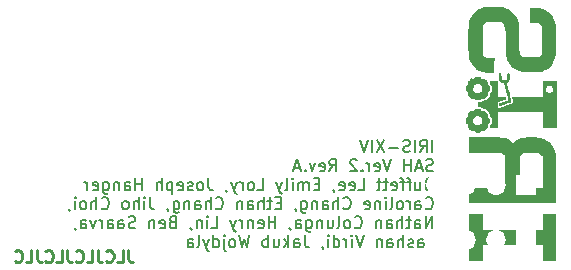
<source format=gbo>
%TF.GenerationSoftware,KiCad,Pcbnew,7.0.10*%
%TF.CreationDate,2024-02-22T18:12:09-06:00*%
%TF.ProjectId,Sabertoothv2,53616265-7274-46f6-9f74-6876322e6b69,rev?*%
%TF.SameCoordinates,Original*%
%TF.FileFunction,Legend,Bot*%
%TF.FilePolarity,Positive*%
%FSLAX46Y46*%
G04 Gerber Fmt 4.6, Leading zero omitted, Abs format (unit mm)*
G04 Created by KiCad (PCBNEW 7.0.10) date 2024-02-22 18:12:09*
%MOMM*%
%LPD*%
G01*
G04 APERTURE LIST*
%ADD10C,0.250000*%
%ADD11C,0.153000*%
%ADD12R,3.000000X3.000000*%
%ADD13C,3.000000*%
%ADD14R,1.700000X1.700000*%
%ADD15O,1.700000X1.700000*%
G04 APERTURE END LIST*
D10*
X34871717Y-69984619D02*
X34871717Y-70698904D01*
X34871717Y-70698904D02*
X34919336Y-70841761D01*
X34919336Y-70841761D02*
X35014574Y-70937000D01*
X35014574Y-70937000D02*
X35157431Y-70984619D01*
X35157431Y-70984619D02*
X35252669Y-70984619D01*
X33919336Y-70984619D02*
X34395526Y-70984619D01*
X34395526Y-70984619D02*
X34395526Y-69984619D01*
X33014574Y-70889380D02*
X33062193Y-70937000D01*
X33062193Y-70937000D02*
X33205050Y-70984619D01*
X33205050Y-70984619D02*
X33300288Y-70984619D01*
X33300288Y-70984619D02*
X33443145Y-70937000D01*
X33443145Y-70937000D02*
X33538383Y-70841761D01*
X33538383Y-70841761D02*
X33586002Y-70746523D01*
X33586002Y-70746523D02*
X33633621Y-70556047D01*
X33633621Y-70556047D02*
X33633621Y-70413190D01*
X33633621Y-70413190D02*
X33586002Y-70222714D01*
X33586002Y-70222714D02*
X33538383Y-70127476D01*
X33538383Y-70127476D02*
X33443145Y-70032238D01*
X33443145Y-70032238D02*
X33300288Y-69984619D01*
X33300288Y-69984619D02*
X33205050Y-69984619D01*
X33205050Y-69984619D02*
X33062193Y-70032238D01*
X33062193Y-70032238D02*
X33014574Y-70079857D01*
X32300288Y-69984619D02*
X32300288Y-70698904D01*
X32300288Y-70698904D02*
X32347907Y-70841761D01*
X32347907Y-70841761D02*
X32443145Y-70937000D01*
X32443145Y-70937000D02*
X32586002Y-70984619D01*
X32586002Y-70984619D02*
X32681240Y-70984619D01*
X31347907Y-70984619D02*
X31824097Y-70984619D01*
X31824097Y-70984619D02*
X31824097Y-69984619D01*
X30443145Y-70889380D02*
X30490764Y-70937000D01*
X30490764Y-70937000D02*
X30633621Y-70984619D01*
X30633621Y-70984619D02*
X30728859Y-70984619D01*
X30728859Y-70984619D02*
X30871716Y-70937000D01*
X30871716Y-70937000D02*
X30966954Y-70841761D01*
X30966954Y-70841761D02*
X31014573Y-70746523D01*
X31014573Y-70746523D02*
X31062192Y-70556047D01*
X31062192Y-70556047D02*
X31062192Y-70413190D01*
X31062192Y-70413190D02*
X31014573Y-70222714D01*
X31014573Y-70222714D02*
X30966954Y-70127476D01*
X30966954Y-70127476D02*
X30871716Y-70032238D01*
X30871716Y-70032238D02*
X30728859Y-69984619D01*
X30728859Y-69984619D02*
X30633621Y-69984619D01*
X30633621Y-69984619D02*
X30490764Y-70032238D01*
X30490764Y-70032238D02*
X30443145Y-70079857D01*
X29728859Y-69984619D02*
X29728859Y-70698904D01*
X29728859Y-70698904D02*
X29776478Y-70841761D01*
X29776478Y-70841761D02*
X29871716Y-70937000D01*
X29871716Y-70937000D02*
X30014573Y-70984619D01*
X30014573Y-70984619D02*
X30109811Y-70984619D01*
X28776478Y-70984619D02*
X29252668Y-70984619D01*
X29252668Y-70984619D02*
X29252668Y-69984619D01*
X27871716Y-70889380D02*
X27919335Y-70937000D01*
X27919335Y-70937000D02*
X28062192Y-70984619D01*
X28062192Y-70984619D02*
X28157430Y-70984619D01*
X28157430Y-70984619D02*
X28300287Y-70937000D01*
X28300287Y-70937000D02*
X28395525Y-70841761D01*
X28395525Y-70841761D02*
X28443144Y-70746523D01*
X28443144Y-70746523D02*
X28490763Y-70556047D01*
X28490763Y-70556047D02*
X28490763Y-70413190D01*
X28490763Y-70413190D02*
X28443144Y-70222714D01*
X28443144Y-70222714D02*
X28395525Y-70127476D01*
X28395525Y-70127476D02*
X28300287Y-70032238D01*
X28300287Y-70032238D02*
X28157430Y-69984619D01*
X28157430Y-69984619D02*
X28062192Y-69984619D01*
X28062192Y-69984619D02*
X27919335Y-70032238D01*
X27919335Y-70032238D02*
X27871716Y-70079857D01*
X27157430Y-69984619D02*
X27157430Y-70698904D01*
X27157430Y-70698904D02*
X27205049Y-70841761D01*
X27205049Y-70841761D02*
X27300287Y-70937000D01*
X27300287Y-70937000D02*
X27443144Y-70984619D01*
X27443144Y-70984619D02*
X27538382Y-70984619D01*
X26205049Y-70984619D02*
X26681239Y-70984619D01*
X26681239Y-70984619D02*
X26681239Y-69984619D01*
X25300287Y-70889380D02*
X25347906Y-70937000D01*
X25347906Y-70937000D02*
X25490763Y-70984619D01*
X25490763Y-70984619D02*
X25586001Y-70984619D01*
X25586001Y-70984619D02*
X25728858Y-70937000D01*
X25728858Y-70937000D02*
X25824096Y-70841761D01*
X25824096Y-70841761D02*
X25871715Y-70746523D01*
X25871715Y-70746523D02*
X25919334Y-70556047D01*
X25919334Y-70556047D02*
X25919334Y-70413190D01*
X25919334Y-70413190D02*
X25871715Y-70222714D01*
X25871715Y-70222714D02*
X25824096Y-70127476D01*
X25824096Y-70127476D02*
X25728858Y-70032238D01*
X25728858Y-70032238D02*
X25586001Y-69984619D01*
X25586001Y-69984619D02*
X25490763Y-69984619D01*
X25490763Y-69984619D02*
X25347906Y-70032238D01*
X25347906Y-70032238D02*
X25300287Y-70079857D01*
D11*
X60621247Y-61669663D02*
X60621247Y-60669663D01*
X59573629Y-61669663D02*
X59906962Y-61193472D01*
X60145057Y-61669663D02*
X60145057Y-60669663D01*
X60145057Y-60669663D02*
X59764105Y-60669663D01*
X59764105Y-60669663D02*
X59668867Y-60717282D01*
X59668867Y-60717282D02*
X59621248Y-60764901D01*
X59621248Y-60764901D02*
X59573629Y-60860139D01*
X59573629Y-60860139D02*
X59573629Y-61002996D01*
X59573629Y-61002996D02*
X59621248Y-61098234D01*
X59621248Y-61098234D02*
X59668867Y-61145853D01*
X59668867Y-61145853D02*
X59764105Y-61193472D01*
X59764105Y-61193472D02*
X60145057Y-61193472D01*
X59145057Y-61669663D02*
X59145057Y-60669663D01*
X58716486Y-61622044D02*
X58573629Y-61669663D01*
X58573629Y-61669663D02*
X58335534Y-61669663D01*
X58335534Y-61669663D02*
X58240296Y-61622044D01*
X58240296Y-61622044D02*
X58192677Y-61574424D01*
X58192677Y-61574424D02*
X58145058Y-61479186D01*
X58145058Y-61479186D02*
X58145058Y-61383948D01*
X58145058Y-61383948D02*
X58192677Y-61288710D01*
X58192677Y-61288710D02*
X58240296Y-61241091D01*
X58240296Y-61241091D02*
X58335534Y-61193472D01*
X58335534Y-61193472D02*
X58526010Y-61145853D01*
X58526010Y-61145853D02*
X58621248Y-61098234D01*
X58621248Y-61098234D02*
X58668867Y-61050615D01*
X58668867Y-61050615D02*
X58716486Y-60955377D01*
X58716486Y-60955377D02*
X58716486Y-60860139D01*
X58716486Y-60860139D02*
X58668867Y-60764901D01*
X58668867Y-60764901D02*
X58621248Y-60717282D01*
X58621248Y-60717282D02*
X58526010Y-60669663D01*
X58526010Y-60669663D02*
X58287915Y-60669663D01*
X58287915Y-60669663D02*
X58145058Y-60717282D01*
X57716486Y-61288710D02*
X56954582Y-61288710D01*
X56573629Y-60669663D02*
X55906963Y-61669663D01*
X55906963Y-60669663D02*
X56573629Y-61669663D01*
X55526010Y-61669663D02*
X55526010Y-60669663D01*
X55192677Y-60669663D02*
X54859344Y-61669663D01*
X54859344Y-61669663D02*
X54526011Y-60669663D01*
X60668866Y-63232044D02*
X60526009Y-63279663D01*
X60526009Y-63279663D02*
X60287914Y-63279663D01*
X60287914Y-63279663D02*
X60192676Y-63232044D01*
X60192676Y-63232044D02*
X60145057Y-63184424D01*
X60145057Y-63184424D02*
X60097438Y-63089186D01*
X60097438Y-63089186D02*
X60097438Y-62993948D01*
X60097438Y-62993948D02*
X60145057Y-62898710D01*
X60145057Y-62898710D02*
X60192676Y-62851091D01*
X60192676Y-62851091D02*
X60287914Y-62803472D01*
X60287914Y-62803472D02*
X60478390Y-62755853D01*
X60478390Y-62755853D02*
X60573628Y-62708234D01*
X60573628Y-62708234D02*
X60621247Y-62660615D01*
X60621247Y-62660615D02*
X60668866Y-62565377D01*
X60668866Y-62565377D02*
X60668866Y-62470139D01*
X60668866Y-62470139D02*
X60621247Y-62374901D01*
X60621247Y-62374901D02*
X60573628Y-62327282D01*
X60573628Y-62327282D02*
X60478390Y-62279663D01*
X60478390Y-62279663D02*
X60240295Y-62279663D01*
X60240295Y-62279663D02*
X60097438Y-62327282D01*
X59716485Y-62993948D02*
X59240295Y-62993948D01*
X59811723Y-63279663D02*
X59478390Y-62279663D01*
X59478390Y-62279663D02*
X59145057Y-63279663D01*
X58811723Y-63279663D02*
X58811723Y-62279663D01*
X58811723Y-62755853D02*
X58240295Y-62755853D01*
X58240295Y-63279663D02*
X58240295Y-62279663D01*
X57145056Y-62279663D02*
X56811723Y-63279663D01*
X56811723Y-63279663D02*
X56478390Y-62279663D01*
X55764104Y-63232044D02*
X55859342Y-63279663D01*
X55859342Y-63279663D02*
X56049818Y-63279663D01*
X56049818Y-63279663D02*
X56145056Y-63232044D01*
X56145056Y-63232044D02*
X56192675Y-63136805D01*
X56192675Y-63136805D02*
X56192675Y-62755853D01*
X56192675Y-62755853D02*
X56145056Y-62660615D01*
X56145056Y-62660615D02*
X56049818Y-62612996D01*
X56049818Y-62612996D02*
X55859342Y-62612996D01*
X55859342Y-62612996D02*
X55764104Y-62660615D01*
X55764104Y-62660615D02*
X55716485Y-62755853D01*
X55716485Y-62755853D02*
X55716485Y-62851091D01*
X55716485Y-62851091D02*
X56192675Y-62946329D01*
X55287913Y-63279663D02*
X55287913Y-62612996D01*
X55287913Y-62803472D02*
X55240294Y-62708234D01*
X55240294Y-62708234D02*
X55192675Y-62660615D01*
X55192675Y-62660615D02*
X55097437Y-62612996D01*
X55097437Y-62612996D02*
X55002199Y-62612996D01*
X54668865Y-63184424D02*
X54621246Y-63232044D01*
X54621246Y-63232044D02*
X54668865Y-63279663D01*
X54668865Y-63279663D02*
X54716484Y-63232044D01*
X54716484Y-63232044D02*
X54668865Y-63184424D01*
X54668865Y-63184424D02*
X54668865Y-63279663D01*
X54240294Y-62374901D02*
X54192675Y-62327282D01*
X54192675Y-62327282D02*
X54097437Y-62279663D01*
X54097437Y-62279663D02*
X53859342Y-62279663D01*
X53859342Y-62279663D02*
X53764104Y-62327282D01*
X53764104Y-62327282D02*
X53716485Y-62374901D01*
X53716485Y-62374901D02*
X53668866Y-62470139D01*
X53668866Y-62470139D02*
X53668866Y-62565377D01*
X53668866Y-62565377D02*
X53716485Y-62708234D01*
X53716485Y-62708234D02*
X54287913Y-63279663D01*
X54287913Y-63279663D02*
X53668866Y-63279663D01*
X51906961Y-63279663D02*
X52240294Y-62803472D01*
X52478389Y-63279663D02*
X52478389Y-62279663D01*
X52478389Y-62279663D02*
X52097437Y-62279663D01*
X52097437Y-62279663D02*
X52002199Y-62327282D01*
X52002199Y-62327282D02*
X51954580Y-62374901D01*
X51954580Y-62374901D02*
X51906961Y-62470139D01*
X51906961Y-62470139D02*
X51906961Y-62612996D01*
X51906961Y-62612996D02*
X51954580Y-62708234D01*
X51954580Y-62708234D02*
X52002199Y-62755853D01*
X52002199Y-62755853D02*
X52097437Y-62803472D01*
X52097437Y-62803472D02*
X52478389Y-62803472D01*
X51097437Y-63232044D02*
X51192675Y-63279663D01*
X51192675Y-63279663D02*
X51383151Y-63279663D01*
X51383151Y-63279663D02*
X51478389Y-63232044D01*
X51478389Y-63232044D02*
X51526008Y-63136805D01*
X51526008Y-63136805D02*
X51526008Y-62755853D01*
X51526008Y-62755853D02*
X51478389Y-62660615D01*
X51478389Y-62660615D02*
X51383151Y-62612996D01*
X51383151Y-62612996D02*
X51192675Y-62612996D01*
X51192675Y-62612996D02*
X51097437Y-62660615D01*
X51097437Y-62660615D02*
X51049818Y-62755853D01*
X51049818Y-62755853D02*
X51049818Y-62851091D01*
X51049818Y-62851091D02*
X51526008Y-62946329D01*
X50716484Y-62612996D02*
X50478389Y-63279663D01*
X50478389Y-63279663D02*
X50240294Y-62612996D01*
X49859341Y-63184424D02*
X49811722Y-63232044D01*
X49811722Y-63232044D02*
X49859341Y-63279663D01*
X49859341Y-63279663D02*
X49906960Y-63232044D01*
X49906960Y-63232044D02*
X49859341Y-63184424D01*
X49859341Y-63184424D02*
X49859341Y-63279663D01*
X49430770Y-62993948D02*
X48954580Y-62993948D01*
X49526008Y-63279663D02*
X49192675Y-62279663D01*
X49192675Y-62279663D02*
X48859342Y-63279663D01*
X60287914Y-64365853D02*
X60145057Y-64413472D01*
X60145057Y-64413472D02*
X60097438Y-64461091D01*
X60097438Y-64461091D02*
X60049819Y-64556329D01*
X60049819Y-64556329D02*
X60049819Y-64699186D01*
X60049819Y-64699186D02*
X60097438Y-64794424D01*
X60097438Y-64794424D02*
X60145057Y-64842044D01*
X60145057Y-64842044D02*
X60240295Y-64889663D01*
X60240295Y-64889663D02*
X60621247Y-64889663D01*
X60621247Y-64889663D02*
X60621247Y-63889663D01*
X60621247Y-63889663D02*
X60287914Y-63889663D01*
X60287914Y-63889663D02*
X60192676Y-63937282D01*
X60192676Y-63937282D02*
X60145057Y-63984901D01*
X60145057Y-63984901D02*
X60097438Y-64080139D01*
X60097438Y-64080139D02*
X60097438Y-64175377D01*
X60097438Y-64175377D02*
X60145057Y-64270615D01*
X60145057Y-64270615D02*
X60192676Y-64318234D01*
X60192676Y-64318234D02*
X60287914Y-64365853D01*
X60287914Y-64365853D02*
X60621247Y-64365853D01*
X59192676Y-64222996D02*
X59192676Y-64889663D01*
X59621247Y-64222996D02*
X59621247Y-64746805D01*
X59621247Y-64746805D02*
X59573628Y-64842044D01*
X59573628Y-64842044D02*
X59478390Y-64889663D01*
X59478390Y-64889663D02*
X59335533Y-64889663D01*
X59335533Y-64889663D02*
X59240295Y-64842044D01*
X59240295Y-64842044D02*
X59192676Y-64794424D01*
X58859342Y-64222996D02*
X58478390Y-64222996D01*
X58716485Y-64889663D02*
X58716485Y-64032520D01*
X58716485Y-64032520D02*
X58668866Y-63937282D01*
X58668866Y-63937282D02*
X58573628Y-63889663D01*
X58573628Y-63889663D02*
X58478390Y-63889663D01*
X58287913Y-64222996D02*
X57906961Y-64222996D01*
X58145056Y-64889663D02*
X58145056Y-64032520D01*
X58145056Y-64032520D02*
X58097437Y-63937282D01*
X58097437Y-63937282D02*
X58002199Y-63889663D01*
X58002199Y-63889663D02*
X57906961Y-63889663D01*
X57192675Y-64842044D02*
X57287913Y-64889663D01*
X57287913Y-64889663D02*
X57478389Y-64889663D01*
X57478389Y-64889663D02*
X57573627Y-64842044D01*
X57573627Y-64842044D02*
X57621246Y-64746805D01*
X57621246Y-64746805D02*
X57621246Y-64365853D01*
X57621246Y-64365853D02*
X57573627Y-64270615D01*
X57573627Y-64270615D02*
X57478389Y-64222996D01*
X57478389Y-64222996D02*
X57287913Y-64222996D01*
X57287913Y-64222996D02*
X57192675Y-64270615D01*
X57192675Y-64270615D02*
X57145056Y-64365853D01*
X57145056Y-64365853D02*
X57145056Y-64461091D01*
X57145056Y-64461091D02*
X57621246Y-64556329D01*
X56859341Y-64222996D02*
X56478389Y-64222996D01*
X56716484Y-63889663D02*
X56716484Y-64746805D01*
X56716484Y-64746805D02*
X56668865Y-64842044D01*
X56668865Y-64842044D02*
X56573627Y-64889663D01*
X56573627Y-64889663D02*
X56478389Y-64889663D01*
X56287912Y-64222996D02*
X55906960Y-64222996D01*
X56145055Y-63889663D02*
X56145055Y-64746805D01*
X56145055Y-64746805D02*
X56097436Y-64842044D01*
X56097436Y-64842044D02*
X56002198Y-64889663D01*
X56002198Y-64889663D02*
X55906960Y-64889663D01*
X54335531Y-64889663D02*
X54811721Y-64889663D01*
X54811721Y-64889663D02*
X54811721Y-63889663D01*
X53621245Y-64842044D02*
X53716483Y-64889663D01*
X53716483Y-64889663D02*
X53906959Y-64889663D01*
X53906959Y-64889663D02*
X54002197Y-64842044D01*
X54002197Y-64842044D02*
X54049816Y-64746805D01*
X54049816Y-64746805D02*
X54049816Y-64365853D01*
X54049816Y-64365853D02*
X54002197Y-64270615D01*
X54002197Y-64270615D02*
X53906959Y-64222996D01*
X53906959Y-64222996D02*
X53716483Y-64222996D01*
X53716483Y-64222996D02*
X53621245Y-64270615D01*
X53621245Y-64270615D02*
X53573626Y-64365853D01*
X53573626Y-64365853D02*
X53573626Y-64461091D01*
X53573626Y-64461091D02*
X54049816Y-64556329D01*
X52764102Y-64842044D02*
X52859340Y-64889663D01*
X52859340Y-64889663D02*
X53049816Y-64889663D01*
X53049816Y-64889663D02*
X53145054Y-64842044D01*
X53145054Y-64842044D02*
X53192673Y-64746805D01*
X53192673Y-64746805D02*
X53192673Y-64365853D01*
X53192673Y-64365853D02*
X53145054Y-64270615D01*
X53145054Y-64270615D02*
X53049816Y-64222996D01*
X53049816Y-64222996D02*
X52859340Y-64222996D01*
X52859340Y-64222996D02*
X52764102Y-64270615D01*
X52764102Y-64270615D02*
X52716483Y-64365853D01*
X52716483Y-64365853D02*
X52716483Y-64461091D01*
X52716483Y-64461091D02*
X53192673Y-64556329D01*
X52240292Y-64842044D02*
X52240292Y-64889663D01*
X52240292Y-64889663D02*
X52287911Y-64984901D01*
X52287911Y-64984901D02*
X52335530Y-65032520D01*
X51049816Y-64365853D02*
X50716483Y-64365853D01*
X50573626Y-64889663D02*
X51049816Y-64889663D01*
X51049816Y-64889663D02*
X51049816Y-63889663D01*
X51049816Y-63889663D02*
X50573626Y-63889663D01*
X50145054Y-64889663D02*
X50145054Y-64222996D01*
X50145054Y-64318234D02*
X50097435Y-64270615D01*
X50097435Y-64270615D02*
X50002197Y-64222996D01*
X50002197Y-64222996D02*
X49859340Y-64222996D01*
X49859340Y-64222996D02*
X49764102Y-64270615D01*
X49764102Y-64270615D02*
X49716483Y-64365853D01*
X49716483Y-64365853D02*
X49716483Y-64889663D01*
X49716483Y-64365853D02*
X49668864Y-64270615D01*
X49668864Y-64270615D02*
X49573626Y-64222996D01*
X49573626Y-64222996D02*
X49430769Y-64222996D01*
X49430769Y-64222996D02*
X49335530Y-64270615D01*
X49335530Y-64270615D02*
X49287911Y-64365853D01*
X49287911Y-64365853D02*
X49287911Y-64889663D01*
X48811721Y-64889663D02*
X48811721Y-64222996D01*
X48811721Y-63889663D02*
X48859340Y-63937282D01*
X48859340Y-63937282D02*
X48811721Y-63984901D01*
X48811721Y-63984901D02*
X48764102Y-63937282D01*
X48764102Y-63937282D02*
X48811721Y-63889663D01*
X48811721Y-63889663D02*
X48811721Y-63984901D01*
X48192674Y-64889663D02*
X48287912Y-64842044D01*
X48287912Y-64842044D02*
X48335531Y-64746805D01*
X48335531Y-64746805D02*
X48335531Y-63889663D01*
X47906959Y-64222996D02*
X47668864Y-64889663D01*
X47430769Y-64222996D02*
X47668864Y-64889663D01*
X47668864Y-64889663D02*
X47764102Y-65127758D01*
X47764102Y-65127758D02*
X47811721Y-65175377D01*
X47811721Y-65175377D02*
X47906959Y-65222996D01*
X45811721Y-64889663D02*
X46287911Y-64889663D01*
X46287911Y-64889663D02*
X46287911Y-63889663D01*
X45335530Y-64889663D02*
X45430768Y-64842044D01*
X45430768Y-64842044D02*
X45478387Y-64794424D01*
X45478387Y-64794424D02*
X45526006Y-64699186D01*
X45526006Y-64699186D02*
X45526006Y-64413472D01*
X45526006Y-64413472D02*
X45478387Y-64318234D01*
X45478387Y-64318234D02*
X45430768Y-64270615D01*
X45430768Y-64270615D02*
X45335530Y-64222996D01*
X45335530Y-64222996D02*
X45192673Y-64222996D01*
X45192673Y-64222996D02*
X45097435Y-64270615D01*
X45097435Y-64270615D02*
X45049816Y-64318234D01*
X45049816Y-64318234D02*
X45002197Y-64413472D01*
X45002197Y-64413472D02*
X45002197Y-64699186D01*
X45002197Y-64699186D02*
X45049816Y-64794424D01*
X45049816Y-64794424D02*
X45097435Y-64842044D01*
X45097435Y-64842044D02*
X45192673Y-64889663D01*
X45192673Y-64889663D02*
X45335530Y-64889663D01*
X44573625Y-64889663D02*
X44573625Y-64222996D01*
X44573625Y-64413472D02*
X44526006Y-64318234D01*
X44526006Y-64318234D02*
X44478387Y-64270615D01*
X44478387Y-64270615D02*
X44383149Y-64222996D01*
X44383149Y-64222996D02*
X44287911Y-64222996D01*
X44049815Y-64222996D02*
X43811720Y-64889663D01*
X43573625Y-64222996D02*
X43811720Y-64889663D01*
X43811720Y-64889663D02*
X43906958Y-65127758D01*
X43906958Y-65127758D02*
X43954577Y-65175377D01*
X43954577Y-65175377D02*
X44049815Y-65222996D01*
X43145053Y-64842044D02*
X43145053Y-64889663D01*
X43145053Y-64889663D02*
X43192672Y-64984901D01*
X43192672Y-64984901D02*
X43240291Y-65032520D01*
X41668863Y-63889663D02*
X41668863Y-64603948D01*
X41668863Y-64603948D02*
X41716482Y-64746805D01*
X41716482Y-64746805D02*
X41811720Y-64842044D01*
X41811720Y-64842044D02*
X41954577Y-64889663D01*
X41954577Y-64889663D02*
X42049815Y-64889663D01*
X41049815Y-64889663D02*
X41145053Y-64842044D01*
X41145053Y-64842044D02*
X41192672Y-64794424D01*
X41192672Y-64794424D02*
X41240291Y-64699186D01*
X41240291Y-64699186D02*
X41240291Y-64413472D01*
X41240291Y-64413472D02*
X41192672Y-64318234D01*
X41192672Y-64318234D02*
X41145053Y-64270615D01*
X41145053Y-64270615D02*
X41049815Y-64222996D01*
X41049815Y-64222996D02*
X40906958Y-64222996D01*
X40906958Y-64222996D02*
X40811720Y-64270615D01*
X40811720Y-64270615D02*
X40764101Y-64318234D01*
X40764101Y-64318234D02*
X40716482Y-64413472D01*
X40716482Y-64413472D02*
X40716482Y-64699186D01*
X40716482Y-64699186D02*
X40764101Y-64794424D01*
X40764101Y-64794424D02*
X40811720Y-64842044D01*
X40811720Y-64842044D02*
X40906958Y-64889663D01*
X40906958Y-64889663D02*
X41049815Y-64889663D01*
X40335529Y-64842044D02*
X40240291Y-64889663D01*
X40240291Y-64889663D02*
X40049815Y-64889663D01*
X40049815Y-64889663D02*
X39954577Y-64842044D01*
X39954577Y-64842044D02*
X39906958Y-64746805D01*
X39906958Y-64746805D02*
X39906958Y-64699186D01*
X39906958Y-64699186D02*
X39954577Y-64603948D01*
X39954577Y-64603948D02*
X40049815Y-64556329D01*
X40049815Y-64556329D02*
X40192672Y-64556329D01*
X40192672Y-64556329D02*
X40287910Y-64508710D01*
X40287910Y-64508710D02*
X40335529Y-64413472D01*
X40335529Y-64413472D02*
X40335529Y-64365853D01*
X40335529Y-64365853D02*
X40287910Y-64270615D01*
X40287910Y-64270615D02*
X40192672Y-64222996D01*
X40192672Y-64222996D02*
X40049815Y-64222996D01*
X40049815Y-64222996D02*
X39954577Y-64270615D01*
X39097434Y-64842044D02*
X39192672Y-64889663D01*
X39192672Y-64889663D02*
X39383148Y-64889663D01*
X39383148Y-64889663D02*
X39478386Y-64842044D01*
X39478386Y-64842044D02*
X39526005Y-64746805D01*
X39526005Y-64746805D02*
X39526005Y-64365853D01*
X39526005Y-64365853D02*
X39478386Y-64270615D01*
X39478386Y-64270615D02*
X39383148Y-64222996D01*
X39383148Y-64222996D02*
X39192672Y-64222996D01*
X39192672Y-64222996D02*
X39097434Y-64270615D01*
X39097434Y-64270615D02*
X39049815Y-64365853D01*
X39049815Y-64365853D02*
X39049815Y-64461091D01*
X39049815Y-64461091D02*
X39526005Y-64556329D01*
X38621243Y-64222996D02*
X38621243Y-65222996D01*
X38621243Y-64270615D02*
X38526005Y-64222996D01*
X38526005Y-64222996D02*
X38335529Y-64222996D01*
X38335529Y-64222996D02*
X38240291Y-64270615D01*
X38240291Y-64270615D02*
X38192672Y-64318234D01*
X38192672Y-64318234D02*
X38145053Y-64413472D01*
X38145053Y-64413472D02*
X38145053Y-64699186D01*
X38145053Y-64699186D02*
X38192672Y-64794424D01*
X38192672Y-64794424D02*
X38240291Y-64842044D01*
X38240291Y-64842044D02*
X38335529Y-64889663D01*
X38335529Y-64889663D02*
X38526005Y-64889663D01*
X38526005Y-64889663D02*
X38621243Y-64842044D01*
X37716481Y-64889663D02*
X37716481Y-63889663D01*
X37287910Y-64889663D02*
X37287910Y-64365853D01*
X37287910Y-64365853D02*
X37335529Y-64270615D01*
X37335529Y-64270615D02*
X37430767Y-64222996D01*
X37430767Y-64222996D02*
X37573624Y-64222996D01*
X37573624Y-64222996D02*
X37668862Y-64270615D01*
X37668862Y-64270615D02*
X37716481Y-64318234D01*
X36049814Y-64889663D02*
X36049814Y-63889663D01*
X36049814Y-64365853D02*
X35478386Y-64365853D01*
X35478386Y-64889663D02*
X35478386Y-63889663D01*
X34573624Y-64889663D02*
X34573624Y-64365853D01*
X34573624Y-64365853D02*
X34621243Y-64270615D01*
X34621243Y-64270615D02*
X34716481Y-64222996D01*
X34716481Y-64222996D02*
X34906957Y-64222996D01*
X34906957Y-64222996D02*
X35002195Y-64270615D01*
X34573624Y-64842044D02*
X34668862Y-64889663D01*
X34668862Y-64889663D02*
X34906957Y-64889663D01*
X34906957Y-64889663D02*
X35002195Y-64842044D01*
X35002195Y-64842044D02*
X35049814Y-64746805D01*
X35049814Y-64746805D02*
X35049814Y-64651567D01*
X35049814Y-64651567D02*
X35002195Y-64556329D01*
X35002195Y-64556329D02*
X34906957Y-64508710D01*
X34906957Y-64508710D02*
X34668862Y-64508710D01*
X34668862Y-64508710D02*
X34573624Y-64461091D01*
X34097433Y-64222996D02*
X34097433Y-64889663D01*
X34097433Y-64318234D02*
X34049814Y-64270615D01*
X34049814Y-64270615D02*
X33954576Y-64222996D01*
X33954576Y-64222996D02*
X33811719Y-64222996D01*
X33811719Y-64222996D02*
X33716481Y-64270615D01*
X33716481Y-64270615D02*
X33668862Y-64365853D01*
X33668862Y-64365853D02*
X33668862Y-64889663D01*
X32764100Y-64222996D02*
X32764100Y-65032520D01*
X32764100Y-65032520D02*
X32811719Y-65127758D01*
X32811719Y-65127758D02*
X32859338Y-65175377D01*
X32859338Y-65175377D02*
X32954576Y-65222996D01*
X32954576Y-65222996D02*
X33097433Y-65222996D01*
X33097433Y-65222996D02*
X33192671Y-65175377D01*
X32764100Y-64842044D02*
X32859338Y-64889663D01*
X32859338Y-64889663D02*
X33049814Y-64889663D01*
X33049814Y-64889663D02*
X33145052Y-64842044D01*
X33145052Y-64842044D02*
X33192671Y-64794424D01*
X33192671Y-64794424D02*
X33240290Y-64699186D01*
X33240290Y-64699186D02*
X33240290Y-64413472D01*
X33240290Y-64413472D02*
X33192671Y-64318234D01*
X33192671Y-64318234D02*
X33145052Y-64270615D01*
X33145052Y-64270615D02*
X33049814Y-64222996D01*
X33049814Y-64222996D02*
X32859338Y-64222996D01*
X32859338Y-64222996D02*
X32764100Y-64270615D01*
X31906957Y-64842044D02*
X32002195Y-64889663D01*
X32002195Y-64889663D02*
X32192671Y-64889663D01*
X32192671Y-64889663D02*
X32287909Y-64842044D01*
X32287909Y-64842044D02*
X32335528Y-64746805D01*
X32335528Y-64746805D02*
X32335528Y-64365853D01*
X32335528Y-64365853D02*
X32287909Y-64270615D01*
X32287909Y-64270615D02*
X32192671Y-64222996D01*
X32192671Y-64222996D02*
X32002195Y-64222996D01*
X32002195Y-64222996D02*
X31906957Y-64270615D01*
X31906957Y-64270615D02*
X31859338Y-64365853D01*
X31859338Y-64365853D02*
X31859338Y-64461091D01*
X31859338Y-64461091D02*
X32335528Y-64556329D01*
X31430766Y-64889663D02*
X31430766Y-64222996D01*
X31430766Y-64413472D02*
X31383147Y-64318234D01*
X31383147Y-64318234D02*
X31335528Y-64270615D01*
X31335528Y-64270615D02*
X31240290Y-64222996D01*
X31240290Y-64222996D02*
X31145052Y-64222996D01*
X60049819Y-66404424D02*
X60097438Y-66452044D01*
X60097438Y-66452044D02*
X60240295Y-66499663D01*
X60240295Y-66499663D02*
X60335533Y-66499663D01*
X60335533Y-66499663D02*
X60478390Y-66452044D01*
X60478390Y-66452044D02*
X60573628Y-66356805D01*
X60573628Y-66356805D02*
X60621247Y-66261567D01*
X60621247Y-66261567D02*
X60668866Y-66071091D01*
X60668866Y-66071091D02*
X60668866Y-65928234D01*
X60668866Y-65928234D02*
X60621247Y-65737758D01*
X60621247Y-65737758D02*
X60573628Y-65642520D01*
X60573628Y-65642520D02*
X60478390Y-65547282D01*
X60478390Y-65547282D02*
X60335533Y-65499663D01*
X60335533Y-65499663D02*
X60240295Y-65499663D01*
X60240295Y-65499663D02*
X60097438Y-65547282D01*
X60097438Y-65547282D02*
X60049819Y-65594901D01*
X59192676Y-66499663D02*
X59192676Y-65975853D01*
X59192676Y-65975853D02*
X59240295Y-65880615D01*
X59240295Y-65880615D02*
X59335533Y-65832996D01*
X59335533Y-65832996D02*
X59526009Y-65832996D01*
X59526009Y-65832996D02*
X59621247Y-65880615D01*
X59192676Y-66452044D02*
X59287914Y-66499663D01*
X59287914Y-66499663D02*
X59526009Y-66499663D01*
X59526009Y-66499663D02*
X59621247Y-66452044D01*
X59621247Y-66452044D02*
X59668866Y-66356805D01*
X59668866Y-66356805D02*
X59668866Y-66261567D01*
X59668866Y-66261567D02*
X59621247Y-66166329D01*
X59621247Y-66166329D02*
X59526009Y-66118710D01*
X59526009Y-66118710D02*
X59287914Y-66118710D01*
X59287914Y-66118710D02*
X59192676Y-66071091D01*
X58716485Y-66499663D02*
X58716485Y-65832996D01*
X58716485Y-66023472D02*
X58668866Y-65928234D01*
X58668866Y-65928234D02*
X58621247Y-65880615D01*
X58621247Y-65880615D02*
X58526009Y-65832996D01*
X58526009Y-65832996D02*
X58430771Y-65832996D01*
X57954580Y-66499663D02*
X58049818Y-66452044D01*
X58049818Y-66452044D02*
X58097437Y-66404424D01*
X58097437Y-66404424D02*
X58145056Y-66309186D01*
X58145056Y-66309186D02*
X58145056Y-66023472D01*
X58145056Y-66023472D02*
X58097437Y-65928234D01*
X58097437Y-65928234D02*
X58049818Y-65880615D01*
X58049818Y-65880615D02*
X57954580Y-65832996D01*
X57954580Y-65832996D02*
X57811723Y-65832996D01*
X57811723Y-65832996D02*
X57716485Y-65880615D01*
X57716485Y-65880615D02*
X57668866Y-65928234D01*
X57668866Y-65928234D02*
X57621247Y-66023472D01*
X57621247Y-66023472D02*
X57621247Y-66309186D01*
X57621247Y-66309186D02*
X57668866Y-66404424D01*
X57668866Y-66404424D02*
X57716485Y-66452044D01*
X57716485Y-66452044D02*
X57811723Y-66499663D01*
X57811723Y-66499663D02*
X57954580Y-66499663D01*
X57049818Y-66499663D02*
X57145056Y-66452044D01*
X57145056Y-66452044D02*
X57192675Y-66356805D01*
X57192675Y-66356805D02*
X57192675Y-65499663D01*
X56668865Y-66499663D02*
X56668865Y-65832996D01*
X56668865Y-65499663D02*
X56716484Y-65547282D01*
X56716484Y-65547282D02*
X56668865Y-65594901D01*
X56668865Y-65594901D02*
X56621246Y-65547282D01*
X56621246Y-65547282D02*
X56668865Y-65499663D01*
X56668865Y-65499663D02*
X56668865Y-65594901D01*
X56192675Y-65832996D02*
X56192675Y-66499663D01*
X56192675Y-65928234D02*
X56145056Y-65880615D01*
X56145056Y-65880615D02*
X56049818Y-65832996D01*
X56049818Y-65832996D02*
X55906961Y-65832996D01*
X55906961Y-65832996D02*
X55811723Y-65880615D01*
X55811723Y-65880615D02*
X55764104Y-65975853D01*
X55764104Y-65975853D02*
X55764104Y-66499663D01*
X54906961Y-66452044D02*
X55002199Y-66499663D01*
X55002199Y-66499663D02*
X55192675Y-66499663D01*
X55192675Y-66499663D02*
X55287913Y-66452044D01*
X55287913Y-66452044D02*
X55335532Y-66356805D01*
X55335532Y-66356805D02*
X55335532Y-65975853D01*
X55335532Y-65975853D02*
X55287913Y-65880615D01*
X55287913Y-65880615D02*
X55192675Y-65832996D01*
X55192675Y-65832996D02*
X55002199Y-65832996D01*
X55002199Y-65832996D02*
X54906961Y-65880615D01*
X54906961Y-65880615D02*
X54859342Y-65975853D01*
X54859342Y-65975853D02*
X54859342Y-66071091D01*
X54859342Y-66071091D02*
X55335532Y-66166329D01*
X53097437Y-66404424D02*
X53145056Y-66452044D01*
X53145056Y-66452044D02*
X53287913Y-66499663D01*
X53287913Y-66499663D02*
X53383151Y-66499663D01*
X53383151Y-66499663D02*
X53526008Y-66452044D01*
X53526008Y-66452044D02*
X53621246Y-66356805D01*
X53621246Y-66356805D02*
X53668865Y-66261567D01*
X53668865Y-66261567D02*
X53716484Y-66071091D01*
X53716484Y-66071091D02*
X53716484Y-65928234D01*
X53716484Y-65928234D02*
X53668865Y-65737758D01*
X53668865Y-65737758D02*
X53621246Y-65642520D01*
X53621246Y-65642520D02*
X53526008Y-65547282D01*
X53526008Y-65547282D02*
X53383151Y-65499663D01*
X53383151Y-65499663D02*
X53287913Y-65499663D01*
X53287913Y-65499663D02*
X53145056Y-65547282D01*
X53145056Y-65547282D02*
X53097437Y-65594901D01*
X52668865Y-66499663D02*
X52668865Y-65499663D01*
X52240294Y-66499663D02*
X52240294Y-65975853D01*
X52240294Y-65975853D02*
X52287913Y-65880615D01*
X52287913Y-65880615D02*
X52383151Y-65832996D01*
X52383151Y-65832996D02*
X52526008Y-65832996D01*
X52526008Y-65832996D02*
X52621246Y-65880615D01*
X52621246Y-65880615D02*
X52668865Y-65928234D01*
X51335532Y-66499663D02*
X51335532Y-65975853D01*
X51335532Y-65975853D02*
X51383151Y-65880615D01*
X51383151Y-65880615D02*
X51478389Y-65832996D01*
X51478389Y-65832996D02*
X51668865Y-65832996D01*
X51668865Y-65832996D02*
X51764103Y-65880615D01*
X51335532Y-66452044D02*
X51430770Y-66499663D01*
X51430770Y-66499663D02*
X51668865Y-66499663D01*
X51668865Y-66499663D02*
X51764103Y-66452044D01*
X51764103Y-66452044D02*
X51811722Y-66356805D01*
X51811722Y-66356805D02*
X51811722Y-66261567D01*
X51811722Y-66261567D02*
X51764103Y-66166329D01*
X51764103Y-66166329D02*
X51668865Y-66118710D01*
X51668865Y-66118710D02*
X51430770Y-66118710D01*
X51430770Y-66118710D02*
X51335532Y-66071091D01*
X50859341Y-65832996D02*
X50859341Y-66499663D01*
X50859341Y-65928234D02*
X50811722Y-65880615D01*
X50811722Y-65880615D02*
X50716484Y-65832996D01*
X50716484Y-65832996D02*
X50573627Y-65832996D01*
X50573627Y-65832996D02*
X50478389Y-65880615D01*
X50478389Y-65880615D02*
X50430770Y-65975853D01*
X50430770Y-65975853D02*
X50430770Y-66499663D01*
X49526008Y-65832996D02*
X49526008Y-66642520D01*
X49526008Y-66642520D02*
X49573627Y-66737758D01*
X49573627Y-66737758D02*
X49621246Y-66785377D01*
X49621246Y-66785377D02*
X49716484Y-66832996D01*
X49716484Y-66832996D02*
X49859341Y-66832996D01*
X49859341Y-66832996D02*
X49954579Y-66785377D01*
X49526008Y-66452044D02*
X49621246Y-66499663D01*
X49621246Y-66499663D02*
X49811722Y-66499663D01*
X49811722Y-66499663D02*
X49906960Y-66452044D01*
X49906960Y-66452044D02*
X49954579Y-66404424D01*
X49954579Y-66404424D02*
X50002198Y-66309186D01*
X50002198Y-66309186D02*
X50002198Y-66023472D01*
X50002198Y-66023472D02*
X49954579Y-65928234D01*
X49954579Y-65928234D02*
X49906960Y-65880615D01*
X49906960Y-65880615D02*
X49811722Y-65832996D01*
X49811722Y-65832996D02*
X49621246Y-65832996D01*
X49621246Y-65832996D02*
X49526008Y-65880615D01*
X49002198Y-66452044D02*
X49002198Y-66499663D01*
X49002198Y-66499663D02*
X49049817Y-66594901D01*
X49049817Y-66594901D02*
X49097436Y-66642520D01*
X47811722Y-65975853D02*
X47478389Y-65975853D01*
X47335532Y-66499663D02*
X47811722Y-66499663D01*
X47811722Y-66499663D02*
X47811722Y-65499663D01*
X47811722Y-65499663D02*
X47335532Y-65499663D01*
X47049817Y-65832996D02*
X46668865Y-65832996D01*
X46906960Y-65499663D02*
X46906960Y-66356805D01*
X46906960Y-66356805D02*
X46859341Y-66452044D01*
X46859341Y-66452044D02*
X46764103Y-66499663D01*
X46764103Y-66499663D02*
X46668865Y-66499663D01*
X46335531Y-66499663D02*
X46335531Y-65499663D01*
X45906960Y-66499663D02*
X45906960Y-65975853D01*
X45906960Y-65975853D02*
X45954579Y-65880615D01*
X45954579Y-65880615D02*
X46049817Y-65832996D01*
X46049817Y-65832996D02*
X46192674Y-65832996D01*
X46192674Y-65832996D02*
X46287912Y-65880615D01*
X46287912Y-65880615D02*
X46335531Y-65928234D01*
X45002198Y-66499663D02*
X45002198Y-65975853D01*
X45002198Y-65975853D02*
X45049817Y-65880615D01*
X45049817Y-65880615D02*
X45145055Y-65832996D01*
X45145055Y-65832996D02*
X45335531Y-65832996D01*
X45335531Y-65832996D02*
X45430769Y-65880615D01*
X45002198Y-66452044D02*
X45097436Y-66499663D01*
X45097436Y-66499663D02*
X45335531Y-66499663D01*
X45335531Y-66499663D02*
X45430769Y-66452044D01*
X45430769Y-66452044D02*
X45478388Y-66356805D01*
X45478388Y-66356805D02*
X45478388Y-66261567D01*
X45478388Y-66261567D02*
X45430769Y-66166329D01*
X45430769Y-66166329D02*
X45335531Y-66118710D01*
X45335531Y-66118710D02*
X45097436Y-66118710D01*
X45097436Y-66118710D02*
X45002198Y-66071091D01*
X44526007Y-65832996D02*
X44526007Y-66499663D01*
X44526007Y-65928234D02*
X44478388Y-65880615D01*
X44478388Y-65880615D02*
X44383150Y-65832996D01*
X44383150Y-65832996D02*
X44240293Y-65832996D01*
X44240293Y-65832996D02*
X44145055Y-65880615D01*
X44145055Y-65880615D02*
X44097436Y-65975853D01*
X44097436Y-65975853D02*
X44097436Y-66499663D01*
X42287912Y-66404424D02*
X42335531Y-66452044D01*
X42335531Y-66452044D02*
X42478388Y-66499663D01*
X42478388Y-66499663D02*
X42573626Y-66499663D01*
X42573626Y-66499663D02*
X42716483Y-66452044D01*
X42716483Y-66452044D02*
X42811721Y-66356805D01*
X42811721Y-66356805D02*
X42859340Y-66261567D01*
X42859340Y-66261567D02*
X42906959Y-66071091D01*
X42906959Y-66071091D02*
X42906959Y-65928234D01*
X42906959Y-65928234D02*
X42859340Y-65737758D01*
X42859340Y-65737758D02*
X42811721Y-65642520D01*
X42811721Y-65642520D02*
X42716483Y-65547282D01*
X42716483Y-65547282D02*
X42573626Y-65499663D01*
X42573626Y-65499663D02*
X42478388Y-65499663D01*
X42478388Y-65499663D02*
X42335531Y-65547282D01*
X42335531Y-65547282D02*
X42287912Y-65594901D01*
X41859340Y-66499663D02*
X41859340Y-65499663D01*
X41430769Y-66499663D02*
X41430769Y-65975853D01*
X41430769Y-65975853D02*
X41478388Y-65880615D01*
X41478388Y-65880615D02*
X41573626Y-65832996D01*
X41573626Y-65832996D02*
X41716483Y-65832996D01*
X41716483Y-65832996D02*
X41811721Y-65880615D01*
X41811721Y-65880615D02*
X41859340Y-65928234D01*
X40526007Y-66499663D02*
X40526007Y-65975853D01*
X40526007Y-65975853D02*
X40573626Y-65880615D01*
X40573626Y-65880615D02*
X40668864Y-65832996D01*
X40668864Y-65832996D02*
X40859340Y-65832996D01*
X40859340Y-65832996D02*
X40954578Y-65880615D01*
X40526007Y-66452044D02*
X40621245Y-66499663D01*
X40621245Y-66499663D02*
X40859340Y-66499663D01*
X40859340Y-66499663D02*
X40954578Y-66452044D01*
X40954578Y-66452044D02*
X41002197Y-66356805D01*
X41002197Y-66356805D02*
X41002197Y-66261567D01*
X41002197Y-66261567D02*
X40954578Y-66166329D01*
X40954578Y-66166329D02*
X40859340Y-66118710D01*
X40859340Y-66118710D02*
X40621245Y-66118710D01*
X40621245Y-66118710D02*
X40526007Y-66071091D01*
X40049816Y-65832996D02*
X40049816Y-66499663D01*
X40049816Y-65928234D02*
X40002197Y-65880615D01*
X40002197Y-65880615D02*
X39906959Y-65832996D01*
X39906959Y-65832996D02*
X39764102Y-65832996D01*
X39764102Y-65832996D02*
X39668864Y-65880615D01*
X39668864Y-65880615D02*
X39621245Y-65975853D01*
X39621245Y-65975853D02*
X39621245Y-66499663D01*
X38716483Y-65832996D02*
X38716483Y-66642520D01*
X38716483Y-66642520D02*
X38764102Y-66737758D01*
X38764102Y-66737758D02*
X38811721Y-66785377D01*
X38811721Y-66785377D02*
X38906959Y-66832996D01*
X38906959Y-66832996D02*
X39049816Y-66832996D01*
X39049816Y-66832996D02*
X39145054Y-66785377D01*
X38716483Y-66452044D02*
X38811721Y-66499663D01*
X38811721Y-66499663D02*
X39002197Y-66499663D01*
X39002197Y-66499663D02*
X39097435Y-66452044D01*
X39097435Y-66452044D02*
X39145054Y-66404424D01*
X39145054Y-66404424D02*
X39192673Y-66309186D01*
X39192673Y-66309186D02*
X39192673Y-66023472D01*
X39192673Y-66023472D02*
X39145054Y-65928234D01*
X39145054Y-65928234D02*
X39097435Y-65880615D01*
X39097435Y-65880615D02*
X39002197Y-65832996D01*
X39002197Y-65832996D02*
X38811721Y-65832996D01*
X38811721Y-65832996D02*
X38716483Y-65880615D01*
X38192673Y-66452044D02*
X38192673Y-66499663D01*
X38192673Y-66499663D02*
X38240292Y-66594901D01*
X38240292Y-66594901D02*
X38287911Y-66642520D01*
X36716483Y-65499663D02*
X36716483Y-66213948D01*
X36716483Y-66213948D02*
X36764102Y-66356805D01*
X36764102Y-66356805D02*
X36859340Y-66452044D01*
X36859340Y-66452044D02*
X37002197Y-66499663D01*
X37002197Y-66499663D02*
X37097435Y-66499663D01*
X36240292Y-66499663D02*
X36240292Y-65832996D01*
X36240292Y-65499663D02*
X36287911Y-65547282D01*
X36287911Y-65547282D02*
X36240292Y-65594901D01*
X36240292Y-65594901D02*
X36192673Y-65547282D01*
X36192673Y-65547282D02*
X36240292Y-65499663D01*
X36240292Y-65499663D02*
X36240292Y-65594901D01*
X35764102Y-66499663D02*
X35764102Y-65499663D01*
X35335531Y-66499663D02*
X35335531Y-65975853D01*
X35335531Y-65975853D02*
X35383150Y-65880615D01*
X35383150Y-65880615D02*
X35478388Y-65832996D01*
X35478388Y-65832996D02*
X35621245Y-65832996D01*
X35621245Y-65832996D02*
X35716483Y-65880615D01*
X35716483Y-65880615D02*
X35764102Y-65928234D01*
X34716483Y-66499663D02*
X34811721Y-66452044D01*
X34811721Y-66452044D02*
X34859340Y-66404424D01*
X34859340Y-66404424D02*
X34906959Y-66309186D01*
X34906959Y-66309186D02*
X34906959Y-66023472D01*
X34906959Y-66023472D02*
X34859340Y-65928234D01*
X34859340Y-65928234D02*
X34811721Y-65880615D01*
X34811721Y-65880615D02*
X34716483Y-65832996D01*
X34716483Y-65832996D02*
X34573626Y-65832996D01*
X34573626Y-65832996D02*
X34478388Y-65880615D01*
X34478388Y-65880615D02*
X34430769Y-65928234D01*
X34430769Y-65928234D02*
X34383150Y-66023472D01*
X34383150Y-66023472D02*
X34383150Y-66309186D01*
X34383150Y-66309186D02*
X34430769Y-66404424D01*
X34430769Y-66404424D02*
X34478388Y-66452044D01*
X34478388Y-66452044D02*
X34573626Y-66499663D01*
X34573626Y-66499663D02*
X34716483Y-66499663D01*
X32621245Y-66404424D02*
X32668864Y-66452044D01*
X32668864Y-66452044D02*
X32811721Y-66499663D01*
X32811721Y-66499663D02*
X32906959Y-66499663D01*
X32906959Y-66499663D02*
X33049816Y-66452044D01*
X33049816Y-66452044D02*
X33145054Y-66356805D01*
X33145054Y-66356805D02*
X33192673Y-66261567D01*
X33192673Y-66261567D02*
X33240292Y-66071091D01*
X33240292Y-66071091D02*
X33240292Y-65928234D01*
X33240292Y-65928234D02*
X33192673Y-65737758D01*
X33192673Y-65737758D02*
X33145054Y-65642520D01*
X33145054Y-65642520D02*
X33049816Y-65547282D01*
X33049816Y-65547282D02*
X32906959Y-65499663D01*
X32906959Y-65499663D02*
X32811721Y-65499663D01*
X32811721Y-65499663D02*
X32668864Y-65547282D01*
X32668864Y-65547282D02*
X32621245Y-65594901D01*
X32192673Y-66499663D02*
X32192673Y-65499663D01*
X31764102Y-66499663D02*
X31764102Y-65975853D01*
X31764102Y-65975853D02*
X31811721Y-65880615D01*
X31811721Y-65880615D02*
X31906959Y-65832996D01*
X31906959Y-65832996D02*
X32049816Y-65832996D01*
X32049816Y-65832996D02*
X32145054Y-65880615D01*
X32145054Y-65880615D02*
X32192673Y-65928234D01*
X31145054Y-66499663D02*
X31240292Y-66452044D01*
X31240292Y-66452044D02*
X31287911Y-66404424D01*
X31287911Y-66404424D02*
X31335530Y-66309186D01*
X31335530Y-66309186D02*
X31335530Y-66023472D01*
X31335530Y-66023472D02*
X31287911Y-65928234D01*
X31287911Y-65928234D02*
X31240292Y-65880615D01*
X31240292Y-65880615D02*
X31145054Y-65832996D01*
X31145054Y-65832996D02*
X31002197Y-65832996D01*
X31002197Y-65832996D02*
X30906959Y-65880615D01*
X30906959Y-65880615D02*
X30859340Y-65928234D01*
X30859340Y-65928234D02*
X30811721Y-66023472D01*
X30811721Y-66023472D02*
X30811721Y-66309186D01*
X30811721Y-66309186D02*
X30859340Y-66404424D01*
X30859340Y-66404424D02*
X30906959Y-66452044D01*
X30906959Y-66452044D02*
X31002197Y-66499663D01*
X31002197Y-66499663D02*
X31145054Y-66499663D01*
X30383149Y-66499663D02*
X30383149Y-65832996D01*
X30383149Y-65499663D02*
X30430768Y-65547282D01*
X30430768Y-65547282D02*
X30383149Y-65594901D01*
X30383149Y-65594901D02*
X30335530Y-65547282D01*
X30335530Y-65547282D02*
X30383149Y-65499663D01*
X30383149Y-65499663D02*
X30383149Y-65594901D01*
X29859340Y-66452044D02*
X29859340Y-66499663D01*
X29859340Y-66499663D02*
X29906959Y-66594901D01*
X29906959Y-66594901D02*
X29954578Y-66642520D01*
X60621247Y-68109663D02*
X60621247Y-67109663D01*
X60621247Y-67109663D02*
X60049819Y-68109663D01*
X60049819Y-68109663D02*
X60049819Y-67109663D01*
X59145057Y-68109663D02*
X59145057Y-67585853D01*
X59145057Y-67585853D02*
X59192676Y-67490615D01*
X59192676Y-67490615D02*
X59287914Y-67442996D01*
X59287914Y-67442996D02*
X59478390Y-67442996D01*
X59478390Y-67442996D02*
X59573628Y-67490615D01*
X59145057Y-68062044D02*
X59240295Y-68109663D01*
X59240295Y-68109663D02*
X59478390Y-68109663D01*
X59478390Y-68109663D02*
X59573628Y-68062044D01*
X59573628Y-68062044D02*
X59621247Y-67966805D01*
X59621247Y-67966805D02*
X59621247Y-67871567D01*
X59621247Y-67871567D02*
X59573628Y-67776329D01*
X59573628Y-67776329D02*
X59478390Y-67728710D01*
X59478390Y-67728710D02*
X59240295Y-67728710D01*
X59240295Y-67728710D02*
X59145057Y-67681091D01*
X58811723Y-67442996D02*
X58430771Y-67442996D01*
X58668866Y-67109663D02*
X58668866Y-67966805D01*
X58668866Y-67966805D02*
X58621247Y-68062044D01*
X58621247Y-68062044D02*
X58526009Y-68109663D01*
X58526009Y-68109663D02*
X58430771Y-68109663D01*
X58097437Y-68109663D02*
X58097437Y-67109663D01*
X57668866Y-68109663D02*
X57668866Y-67585853D01*
X57668866Y-67585853D02*
X57716485Y-67490615D01*
X57716485Y-67490615D02*
X57811723Y-67442996D01*
X57811723Y-67442996D02*
X57954580Y-67442996D01*
X57954580Y-67442996D02*
X58049818Y-67490615D01*
X58049818Y-67490615D02*
X58097437Y-67538234D01*
X56764104Y-68109663D02*
X56764104Y-67585853D01*
X56764104Y-67585853D02*
X56811723Y-67490615D01*
X56811723Y-67490615D02*
X56906961Y-67442996D01*
X56906961Y-67442996D02*
X57097437Y-67442996D01*
X57097437Y-67442996D02*
X57192675Y-67490615D01*
X56764104Y-68062044D02*
X56859342Y-68109663D01*
X56859342Y-68109663D02*
X57097437Y-68109663D01*
X57097437Y-68109663D02*
X57192675Y-68062044D01*
X57192675Y-68062044D02*
X57240294Y-67966805D01*
X57240294Y-67966805D02*
X57240294Y-67871567D01*
X57240294Y-67871567D02*
X57192675Y-67776329D01*
X57192675Y-67776329D02*
X57097437Y-67728710D01*
X57097437Y-67728710D02*
X56859342Y-67728710D01*
X56859342Y-67728710D02*
X56764104Y-67681091D01*
X56287913Y-67442996D02*
X56287913Y-68109663D01*
X56287913Y-67538234D02*
X56240294Y-67490615D01*
X56240294Y-67490615D02*
X56145056Y-67442996D01*
X56145056Y-67442996D02*
X56002199Y-67442996D01*
X56002199Y-67442996D02*
X55906961Y-67490615D01*
X55906961Y-67490615D02*
X55859342Y-67585853D01*
X55859342Y-67585853D02*
X55859342Y-68109663D01*
X54049818Y-68014424D02*
X54097437Y-68062044D01*
X54097437Y-68062044D02*
X54240294Y-68109663D01*
X54240294Y-68109663D02*
X54335532Y-68109663D01*
X54335532Y-68109663D02*
X54478389Y-68062044D01*
X54478389Y-68062044D02*
X54573627Y-67966805D01*
X54573627Y-67966805D02*
X54621246Y-67871567D01*
X54621246Y-67871567D02*
X54668865Y-67681091D01*
X54668865Y-67681091D02*
X54668865Y-67538234D01*
X54668865Y-67538234D02*
X54621246Y-67347758D01*
X54621246Y-67347758D02*
X54573627Y-67252520D01*
X54573627Y-67252520D02*
X54478389Y-67157282D01*
X54478389Y-67157282D02*
X54335532Y-67109663D01*
X54335532Y-67109663D02*
X54240294Y-67109663D01*
X54240294Y-67109663D02*
X54097437Y-67157282D01*
X54097437Y-67157282D02*
X54049818Y-67204901D01*
X53478389Y-68109663D02*
X53573627Y-68062044D01*
X53573627Y-68062044D02*
X53621246Y-68014424D01*
X53621246Y-68014424D02*
X53668865Y-67919186D01*
X53668865Y-67919186D02*
X53668865Y-67633472D01*
X53668865Y-67633472D02*
X53621246Y-67538234D01*
X53621246Y-67538234D02*
X53573627Y-67490615D01*
X53573627Y-67490615D02*
X53478389Y-67442996D01*
X53478389Y-67442996D02*
X53335532Y-67442996D01*
X53335532Y-67442996D02*
X53240294Y-67490615D01*
X53240294Y-67490615D02*
X53192675Y-67538234D01*
X53192675Y-67538234D02*
X53145056Y-67633472D01*
X53145056Y-67633472D02*
X53145056Y-67919186D01*
X53145056Y-67919186D02*
X53192675Y-68014424D01*
X53192675Y-68014424D02*
X53240294Y-68062044D01*
X53240294Y-68062044D02*
X53335532Y-68109663D01*
X53335532Y-68109663D02*
X53478389Y-68109663D01*
X52573627Y-68109663D02*
X52668865Y-68062044D01*
X52668865Y-68062044D02*
X52716484Y-67966805D01*
X52716484Y-67966805D02*
X52716484Y-67109663D01*
X51764103Y-67442996D02*
X51764103Y-68109663D01*
X52192674Y-67442996D02*
X52192674Y-67966805D01*
X52192674Y-67966805D02*
X52145055Y-68062044D01*
X52145055Y-68062044D02*
X52049817Y-68109663D01*
X52049817Y-68109663D02*
X51906960Y-68109663D01*
X51906960Y-68109663D02*
X51811722Y-68062044D01*
X51811722Y-68062044D02*
X51764103Y-68014424D01*
X51287912Y-67442996D02*
X51287912Y-68109663D01*
X51287912Y-67538234D02*
X51240293Y-67490615D01*
X51240293Y-67490615D02*
X51145055Y-67442996D01*
X51145055Y-67442996D02*
X51002198Y-67442996D01*
X51002198Y-67442996D02*
X50906960Y-67490615D01*
X50906960Y-67490615D02*
X50859341Y-67585853D01*
X50859341Y-67585853D02*
X50859341Y-68109663D01*
X49954579Y-67442996D02*
X49954579Y-68252520D01*
X49954579Y-68252520D02*
X50002198Y-68347758D01*
X50002198Y-68347758D02*
X50049817Y-68395377D01*
X50049817Y-68395377D02*
X50145055Y-68442996D01*
X50145055Y-68442996D02*
X50287912Y-68442996D01*
X50287912Y-68442996D02*
X50383150Y-68395377D01*
X49954579Y-68062044D02*
X50049817Y-68109663D01*
X50049817Y-68109663D02*
X50240293Y-68109663D01*
X50240293Y-68109663D02*
X50335531Y-68062044D01*
X50335531Y-68062044D02*
X50383150Y-68014424D01*
X50383150Y-68014424D02*
X50430769Y-67919186D01*
X50430769Y-67919186D02*
X50430769Y-67633472D01*
X50430769Y-67633472D02*
X50383150Y-67538234D01*
X50383150Y-67538234D02*
X50335531Y-67490615D01*
X50335531Y-67490615D02*
X50240293Y-67442996D01*
X50240293Y-67442996D02*
X50049817Y-67442996D01*
X50049817Y-67442996D02*
X49954579Y-67490615D01*
X49049817Y-68109663D02*
X49049817Y-67585853D01*
X49049817Y-67585853D02*
X49097436Y-67490615D01*
X49097436Y-67490615D02*
X49192674Y-67442996D01*
X49192674Y-67442996D02*
X49383150Y-67442996D01*
X49383150Y-67442996D02*
X49478388Y-67490615D01*
X49049817Y-68062044D02*
X49145055Y-68109663D01*
X49145055Y-68109663D02*
X49383150Y-68109663D01*
X49383150Y-68109663D02*
X49478388Y-68062044D01*
X49478388Y-68062044D02*
X49526007Y-67966805D01*
X49526007Y-67966805D02*
X49526007Y-67871567D01*
X49526007Y-67871567D02*
X49478388Y-67776329D01*
X49478388Y-67776329D02*
X49383150Y-67728710D01*
X49383150Y-67728710D02*
X49145055Y-67728710D01*
X49145055Y-67728710D02*
X49049817Y-67681091D01*
X48526007Y-68062044D02*
X48526007Y-68109663D01*
X48526007Y-68109663D02*
X48573626Y-68204901D01*
X48573626Y-68204901D02*
X48621245Y-68252520D01*
X47335531Y-68109663D02*
X47335531Y-67109663D01*
X47335531Y-67585853D02*
X46764103Y-67585853D01*
X46764103Y-68109663D02*
X46764103Y-67109663D01*
X45906960Y-68062044D02*
X46002198Y-68109663D01*
X46002198Y-68109663D02*
X46192674Y-68109663D01*
X46192674Y-68109663D02*
X46287912Y-68062044D01*
X46287912Y-68062044D02*
X46335531Y-67966805D01*
X46335531Y-67966805D02*
X46335531Y-67585853D01*
X46335531Y-67585853D02*
X46287912Y-67490615D01*
X46287912Y-67490615D02*
X46192674Y-67442996D01*
X46192674Y-67442996D02*
X46002198Y-67442996D01*
X46002198Y-67442996D02*
X45906960Y-67490615D01*
X45906960Y-67490615D02*
X45859341Y-67585853D01*
X45859341Y-67585853D02*
X45859341Y-67681091D01*
X45859341Y-67681091D02*
X46335531Y-67776329D01*
X45430769Y-67442996D02*
X45430769Y-68109663D01*
X45430769Y-67538234D02*
X45383150Y-67490615D01*
X45383150Y-67490615D02*
X45287912Y-67442996D01*
X45287912Y-67442996D02*
X45145055Y-67442996D01*
X45145055Y-67442996D02*
X45049817Y-67490615D01*
X45049817Y-67490615D02*
X45002198Y-67585853D01*
X45002198Y-67585853D02*
X45002198Y-68109663D01*
X44526007Y-68109663D02*
X44526007Y-67442996D01*
X44526007Y-67633472D02*
X44478388Y-67538234D01*
X44478388Y-67538234D02*
X44430769Y-67490615D01*
X44430769Y-67490615D02*
X44335531Y-67442996D01*
X44335531Y-67442996D02*
X44240293Y-67442996D01*
X44002197Y-67442996D02*
X43764102Y-68109663D01*
X43526007Y-67442996D02*
X43764102Y-68109663D01*
X43764102Y-68109663D02*
X43859340Y-68347758D01*
X43859340Y-68347758D02*
X43906959Y-68395377D01*
X43906959Y-68395377D02*
X44002197Y-68442996D01*
X41906959Y-68109663D02*
X42383149Y-68109663D01*
X42383149Y-68109663D02*
X42383149Y-67109663D01*
X41573625Y-68109663D02*
X41573625Y-67442996D01*
X41573625Y-67109663D02*
X41621244Y-67157282D01*
X41621244Y-67157282D02*
X41573625Y-67204901D01*
X41573625Y-67204901D02*
X41526006Y-67157282D01*
X41526006Y-67157282D02*
X41573625Y-67109663D01*
X41573625Y-67109663D02*
X41573625Y-67204901D01*
X41097435Y-67442996D02*
X41097435Y-68109663D01*
X41097435Y-67538234D02*
X41049816Y-67490615D01*
X41049816Y-67490615D02*
X40954578Y-67442996D01*
X40954578Y-67442996D02*
X40811721Y-67442996D01*
X40811721Y-67442996D02*
X40716483Y-67490615D01*
X40716483Y-67490615D02*
X40668864Y-67585853D01*
X40668864Y-67585853D02*
X40668864Y-68109663D01*
X40145054Y-68062044D02*
X40145054Y-68109663D01*
X40145054Y-68109663D02*
X40192673Y-68204901D01*
X40192673Y-68204901D02*
X40240292Y-68252520D01*
X38621245Y-67585853D02*
X38478388Y-67633472D01*
X38478388Y-67633472D02*
X38430769Y-67681091D01*
X38430769Y-67681091D02*
X38383150Y-67776329D01*
X38383150Y-67776329D02*
X38383150Y-67919186D01*
X38383150Y-67919186D02*
X38430769Y-68014424D01*
X38430769Y-68014424D02*
X38478388Y-68062044D01*
X38478388Y-68062044D02*
X38573626Y-68109663D01*
X38573626Y-68109663D02*
X38954578Y-68109663D01*
X38954578Y-68109663D02*
X38954578Y-67109663D01*
X38954578Y-67109663D02*
X38621245Y-67109663D01*
X38621245Y-67109663D02*
X38526007Y-67157282D01*
X38526007Y-67157282D02*
X38478388Y-67204901D01*
X38478388Y-67204901D02*
X38430769Y-67300139D01*
X38430769Y-67300139D02*
X38430769Y-67395377D01*
X38430769Y-67395377D02*
X38478388Y-67490615D01*
X38478388Y-67490615D02*
X38526007Y-67538234D01*
X38526007Y-67538234D02*
X38621245Y-67585853D01*
X38621245Y-67585853D02*
X38954578Y-67585853D01*
X37573626Y-68062044D02*
X37668864Y-68109663D01*
X37668864Y-68109663D02*
X37859340Y-68109663D01*
X37859340Y-68109663D02*
X37954578Y-68062044D01*
X37954578Y-68062044D02*
X38002197Y-67966805D01*
X38002197Y-67966805D02*
X38002197Y-67585853D01*
X38002197Y-67585853D02*
X37954578Y-67490615D01*
X37954578Y-67490615D02*
X37859340Y-67442996D01*
X37859340Y-67442996D02*
X37668864Y-67442996D01*
X37668864Y-67442996D02*
X37573626Y-67490615D01*
X37573626Y-67490615D02*
X37526007Y-67585853D01*
X37526007Y-67585853D02*
X37526007Y-67681091D01*
X37526007Y-67681091D02*
X38002197Y-67776329D01*
X37097435Y-67442996D02*
X37097435Y-68109663D01*
X37097435Y-67538234D02*
X37049816Y-67490615D01*
X37049816Y-67490615D02*
X36954578Y-67442996D01*
X36954578Y-67442996D02*
X36811721Y-67442996D01*
X36811721Y-67442996D02*
X36716483Y-67490615D01*
X36716483Y-67490615D02*
X36668864Y-67585853D01*
X36668864Y-67585853D02*
X36668864Y-68109663D01*
X35478387Y-68062044D02*
X35335530Y-68109663D01*
X35335530Y-68109663D02*
X35097435Y-68109663D01*
X35097435Y-68109663D02*
X35002197Y-68062044D01*
X35002197Y-68062044D02*
X34954578Y-68014424D01*
X34954578Y-68014424D02*
X34906959Y-67919186D01*
X34906959Y-67919186D02*
X34906959Y-67823948D01*
X34906959Y-67823948D02*
X34954578Y-67728710D01*
X34954578Y-67728710D02*
X35002197Y-67681091D01*
X35002197Y-67681091D02*
X35097435Y-67633472D01*
X35097435Y-67633472D02*
X35287911Y-67585853D01*
X35287911Y-67585853D02*
X35383149Y-67538234D01*
X35383149Y-67538234D02*
X35430768Y-67490615D01*
X35430768Y-67490615D02*
X35478387Y-67395377D01*
X35478387Y-67395377D02*
X35478387Y-67300139D01*
X35478387Y-67300139D02*
X35430768Y-67204901D01*
X35430768Y-67204901D02*
X35383149Y-67157282D01*
X35383149Y-67157282D02*
X35287911Y-67109663D01*
X35287911Y-67109663D02*
X35049816Y-67109663D01*
X35049816Y-67109663D02*
X34906959Y-67157282D01*
X34049816Y-68109663D02*
X34049816Y-67585853D01*
X34049816Y-67585853D02*
X34097435Y-67490615D01*
X34097435Y-67490615D02*
X34192673Y-67442996D01*
X34192673Y-67442996D02*
X34383149Y-67442996D01*
X34383149Y-67442996D02*
X34478387Y-67490615D01*
X34049816Y-68062044D02*
X34145054Y-68109663D01*
X34145054Y-68109663D02*
X34383149Y-68109663D01*
X34383149Y-68109663D02*
X34478387Y-68062044D01*
X34478387Y-68062044D02*
X34526006Y-67966805D01*
X34526006Y-67966805D02*
X34526006Y-67871567D01*
X34526006Y-67871567D02*
X34478387Y-67776329D01*
X34478387Y-67776329D02*
X34383149Y-67728710D01*
X34383149Y-67728710D02*
X34145054Y-67728710D01*
X34145054Y-67728710D02*
X34049816Y-67681091D01*
X33145054Y-68109663D02*
X33145054Y-67585853D01*
X33145054Y-67585853D02*
X33192673Y-67490615D01*
X33192673Y-67490615D02*
X33287911Y-67442996D01*
X33287911Y-67442996D02*
X33478387Y-67442996D01*
X33478387Y-67442996D02*
X33573625Y-67490615D01*
X33145054Y-68062044D02*
X33240292Y-68109663D01*
X33240292Y-68109663D02*
X33478387Y-68109663D01*
X33478387Y-68109663D02*
X33573625Y-68062044D01*
X33573625Y-68062044D02*
X33621244Y-67966805D01*
X33621244Y-67966805D02*
X33621244Y-67871567D01*
X33621244Y-67871567D02*
X33573625Y-67776329D01*
X33573625Y-67776329D02*
X33478387Y-67728710D01*
X33478387Y-67728710D02*
X33240292Y-67728710D01*
X33240292Y-67728710D02*
X33145054Y-67681091D01*
X32668863Y-68109663D02*
X32668863Y-67442996D01*
X32668863Y-67633472D02*
X32621244Y-67538234D01*
X32621244Y-67538234D02*
X32573625Y-67490615D01*
X32573625Y-67490615D02*
X32478387Y-67442996D01*
X32478387Y-67442996D02*
X32383149Y-67442996D01*
X32145053Y-67442996D02*
X31906958Y-68109663D01*
X31906958Y-68109663D02*
X31668863Y-67442996D01*
X30859339Y-68109663D02*
X30859339Y-67585853D01*
X30859339Y-67585853D02*
X30906958Y-67490615D01*
X30906958Y-67490615D02*
X31002196Y-67442996D01*
X31002196Y-67442996D02*
X31192672Y-67442996D01*
X31192672Y-67442996D02*
X31287910Y-67490615D01*
X30859339Y-68062044D02*
X30954577Y-68109663D01*
X30954577Y-68109663D02*
X31192672Y-68109663D01*
X31192672Y-68109663D02*
X31287910Y-68062044D01*
X31287910Y-68062044D02*
X31335529Y-67966805D01*
X31335529Y-67966805D02*
X31335529Y-67871567D01*
X31335529Y-67871567D02*
X31287910Y-67776329D01*
X31287910Y-67776329D02*
X31192672Y-67728710D01*
X31192672Y-67728710D02*
X30954577Y-67728710D01*
X30954577Y-67728710D02*
X30859339Y-67681091D01*
X30335529Y-68062044D02*
X30335529Y-68109663D01*
X30335529Y-68109663D02*
X30383148Y-68204901D01*
X30383148Y-68204901D02*
X30430767Y-68252520D01*
X60335533Y-68719663D02*
X60335533Y-69433948D01*
X60335533Y-69433948D02*
X60383152Y-69576805D01*
X60383152Y-69576805D02*
X60478390Y-69672044D01*
X60478390Y-69672044D02*
X60621247Y-69719663D01*
X60621247Y-69719663D02*
X60716485Y-69719663D01*
X59430771Y-69719663D02*
X59430771Y-69195853D01*
X59430771Y-69195853D02*
X59478390Y-69100615D01*
X59478390Y-69100615D02*
X59573628Y-69052996D01*
X59573628Y-69052996D02*
X59764104Y-69052996D01*
X59764104Y-69052996D02*
X59859342Y-69100615D01*
X59430771Y-69672044D02*
X59526009Y-69719663D01*
X59526009Y-69719663D02*
X59764104Y-69719663D01*
X59764104Y-69719663D02*
X59859342Y-69672044D01*
X59859342Y-69672044D02*
X59906961Y-69576805D01*
X59906961Y-69576805D02*
X59906961Y-69481567D01*
X59906961Y-69481567D02*
X59859342Y-69386329D01*
X59859342Y-69386329D02*
X59764104Y-69338710D01*
X59764104Y-69338710D02*
X59526009Y-69338710D01*
X59526009Y-69338710D02*
X59430771Y-69291091D01*
X59002199Y-69672044D02*
X58906961Y-69719663D01*
X58906961Y-69719663D02*
X58716485Y-69719663D01*
X58716485Y-69719663D02*
X58621247Y-69672044D01*
X58621247Y-69672044D02*
X58573628Y-69576805D01*
X58573628Y-69576805D02*
X58573628Y-69529186D01*
X58573628Y-69529186D02*
X58621247Y-69433948D01*
X58621247Y-69433948D02*
X58716485Y-69386329D01*
X58716485Y-69386329D02*
X58859342Y-69386329D01*
X58859342Y-69386329D02*
X58954580Y-69338710D01*
X58954580Y-69338710D02*
X59002199Y-69243472D01*
X59002199Y-69243472D02*
X59002199Y-69195853D01*
X59002199Y-69195853D02*
X58954580Y-69100615D01*
X58954580Y-69100615D02*
X58859342Y-69052996D01*
X58859342Y-69052996D02*
X58716485Y-69052996D01*
X58716485Y-69052996D02*
X58621247Y-69100615D01*
X58145056Y-69719663D02*
X58145056Y-68719663D01*
X57716485Y-69719663D02*
X57716485Y-69195853D01*
X57716485Y-69195853D02*
X57764104Y-69100615D01*
X57764104Y-69100615D02*
X57859342Y-69052996D01*
X57859342Y-69052996D02*
X58002199Y-69052996D01*
X58002199Y-69052996D02*
X58097437Y-69100615D01*
X58097437Y-69100615D02*
X58145056Y-69148234D01*
X56811723Y-69719663D02*
X56811723Y-69195853D01*
X56811723Y-69195853D02*
X56859342Y-69100615D01*
X56859342Y-69100615D02*
X56954580Y-69052996D01*
X56954580Y-69052996D02*
X57145056Y-69052996D01*
X57145056Y-69052996D02*
X57240294Y-69100615D01*
X56811723Y-69672044D02*
X56906961Y-69719663D01*
X56906961Y-69719663D02*
X57145056Y-69719663D01*
X57145056Y-69719663D02*
X57240294Y-69672044D01*
X57240294Y-69672044D02*
X57287913Y-69576805D01*
X57287913Y-69576805D02*
X57287913Y-69481567D01*
X57287913Y-69481567D02*
X57240294Y-69386329D01*
X57240294Y-69386329D02*
X57145056Y-69338710D01*
X57145056Y-69338710D02*
X56906961Y-69338710D01*
X56906961Y-69338710D02*
X56811723Y-69291091D01*
X56335532Y-69052996D02*
X56335532Y-69719663D01*
X56335532Y-69148234D02*
X56287913Y-69100615D01*
X56287913Y-69100615D02*
X56192675Y-69052996D01*
X56192675Y-69052996D02*
X56049818Y-69052996D01*
X56049818Y-69052996D02*
X55954580Y-69100615D01*
X55954580Y-69100615D02*
X55906961Y-69195853D01*
X55906961Y-69195853D02*
X55906961Y-69719663D01*
X54811722Y-68719663D02*
X54478389Y-69719663D01*
X54478389Y-69719663D02*
X54145056Y-68719663D01*
X53811722Y-69719663D02*
X53811722Y-69052996D01*
X53811722Y-68719663D02*
X53859341Y-68767282D01*
X53859341Y-68767282D02*
X53811722Y-68814901D01*
X53811722Y-68814901D02*
X53764103Y-68767282D01*
X53764103Y-68767282D02*
X53811722Y-68719663D01*
X53811722Y-68719663D02*
X53811722Y-68814901D01*
X53335532Y-69719663D02*
X53335532Y-69052996D01*
X53335532Y-69243472D02*
X53287913Y-69148234D01*
X53287913Y-69148234D02*
X53240294Y-69100615D01*
X53240294Y-69100615D02*
X53145056Y-69052996D01*
X53145056Y-69052996D02*
X53049818Y-69052996D01*
X52287913Y-69719663D02*
X52287913Y-68719663D01*
X52287913Y-69672044D02*
X52383151Y-69719663D01*
X52383151Y-69719663D02*
X52573627Y-69719663D01*
X52573627Y-69719663D02*
X52668865Y-69672044D01*
X52668865Y-69672044D02*
X52716484Y-69624424D01*
X52716484Y-69624424D02*
X52764103Y-69529186D01*
X52764103Y-69529186D02*
X52764103Y-69243472D01*
X52764103Y-69243472D02*
X52716484Y-69148234D01*
X52716484Y-69148234D02*
X52668865Y-69100615D01*
X52668865Y-69100615D02*
X52573627Y-69052996D01*
X52573627Y-69052996D02*
X52383151Y-69052996D01*
X52383151Y-69052996D02*
X52287913Y-69100615D01*
X51811722Y-69719663D02*
X51811722Y-69052996D01*
X51811722Y-68719663D02*
X51859341Y-68767282D01*
X51859341Y-68767282D02*
X51811722Y-68814901D01*
X51811722Y-68814901D02*
X51764103Y-68767282D01*
X51764103Y-68767282D02*
X51811722Y-68719663D01*
X51811722Y-68719663D02*
X51811722Y-68814901D01*
X51287913Y-69672044D02*
X51287913Y-69719663D01*
X51287913Y-69719663D02*
X51335532Y-69814901D01*
X51335532Y-69814901D02*
X51383151Y-69862520D01*
X49811723Y-68719663D02*
X49811723Y-69433948D01*
X49811723Y-69433948D02*
X49859342Y-69576805D01*
X49859342Y-69576805D02*
X49954580Y-69672044D01*
X49954580Y-69672044D02*
X50097437Y-69719663D01*
X50097437Y-69719663D02*
X50192675Y-69719663D01*
X48906961Y-69719663D02*
X48906961Y-69195853D01*
X48906961Y-69195853D02*
X48954580Y-69100615D01*
X48954580Y-69100615D02*
X49049818Y-69052996D01*
X49049818Y-69052996D02*
X49240294Y-69052996D01*
X49240294Y-69052996D02*
X49335532Y-69100615D01*
X48906961Y-69672044D02*
X49002199Y-69719663D01*
X49002199Y-69719663D02*
X49240294Y-69719663D01*
X49240294Y-69719663D02*
X49335532Y-69672044D01*
X49335532Y-69672044D02*
X49383151Y-69576805D01*
X49383151Y-69576805D02*
X49383151Y-69481567D01*
X49383151Y-69481567D02*
X49335532Y-69386329D01*
X49335532Y-69386329D02*
X49240294Y-69338710D01*
X49240294Y-69338710D02*
X49002199Y-69338710D01*
X49002199Y-69338710D02*
X48906961Y-69291091D01*
X48430770Y-69719663D02*
X48430770Y-68719663D01*
X48335532Y-69338710D02*
X48049818Y-69719663D01*
X48049818Y-69052996D02*
X48430770Y-69433948D01*
X47192675Y-69052996D02*
X47192675Y-69719663D01*
X47621246Y-69052996D02*
X47621246Y-69576805D01*
X47621246Y-69576805D02*
X47573627Y-69672044D01*
X47573627Y-69672044D02*
X47478389Y-69719663D01*
X47478389Y-69719663D02*
X47335532Y-69719663D01*
X47335532Y-69719663D02*
X47240294Y-69672044D01*
X47240294Y-69672044D02*
X47192675Y-69624424D01*
X46716484Y-69719663D02*
X46716484Y-68719663D01*
X46716484Y-69100615D02*
X46621246Y-69052996D01*
X46621246Y-69052996D02*
X46430770Y-69052996D01*
X46430770Y-69052996D02*
X46335532Y-69100615D01*
X46335532Y-69100615D02*
X46287913Y-69148234D01*
X46287913Y-69148234D02*
X46240294Y-69243472D01*
X46240294Y-69243472D02*
X46240294Y-69529186D01*
X46240294Y-69529186D02*
X46287913Y-69624424D01*
X46287913Y-69624424D02*
X46335532Y-69672044D01*
X46335532Y-69672044D02*
X46430770Y-69719663D01*
X46430770Y-69719663D02*
X46621246Y-69719663D01*
X46621246Y-69719663D02*
X46716484Y-69672044D01*
X45145055Y-68719663D02*
X44906960Y-69719663D01*
X44906960Y-69719663D02*
X44716484Y-69005377D01*
X44716484Y-69005377D02*
X44526008Y-69719663D01*
X44526008Y-69719663D02*
X44287913Y-68719663D01*
X43764103Y-69719663D02*
X43859341Y-69672044D01*
X43859341Y-69672044D02*
X43906960Y-69624424D01*
X43906960Y-69624424D02*
X43954579Y-69529186D01*
X43954579Y-69529186D02*
X43954579Y-69243472D01*
X43954579Y-69243472D02*
X43906960Y-69148234D01*
X43906960Y-69148234D02*
X43859341Y-69100615D01*
X43859341Y-69100615D02*
X43764103Y-69052996D01*
X43764103Y-69052996D02*
X43621246Y-69052996D01*
X43621246Y-69052996D02*
X43526008Y-69100615D01*
X43526008Y-69100615D02*
X43478389Y-69148234D01*
X43478389Y-69148234D02*
X43430770Y-69243472D01*
X43430770Y-69243472D02*
X43430770Y-69529186D01*
X43430770Y-69529186D02*
X43478389Y-69624424D01*
X43478389Y-69624424D02*
X43526008Y-69672044D01*
X43526008Y-69672044D02*
X43621246Y-69719663D01*
X43621246Y-69719663D02*
X43764103Y-69719663D01*
X43002198Y-69052996D02*
X43002198Y-69910139D01*
X43002198Y-69910139D02*
X43049817Y-70005377D01*
X43049817Y-70005377D02*
X43145055Y-70052996D01*
X43145055Y-70052996D02*
X43192674Y-70052996D01*
X43002198Y-68719663D02*
X43049817Y-68767282D01*
X43049817Y-68767282D02*
X43002198Y-68814901D01*
X43002198Y-68814901D02*
X42954579Y-68767282D01*
X42954579Y-68767282D02*
X43002198Y-68719663D01*
X43002198Y-68719663D02*
X43002198Y-68814901D01*
X42097437Y-69719663D02*
X42097437Y-68719663D01*
X42097437Y-69672044D02*
X42192675Y-69719663D01*
X42192675Y-69719663D02*
X42383151Y-69719663D01*
X42383151Y-69719663D02*
X42478389Y-69672044D01*
X42478389Y-69672044D02*
X42526008Y-69624424D01*
X42526008Y-69624424D02*
X42573627Y-69529186D01*
X42573627Y-69529186D02*
X42573627Y-69243472D01*
X42573627Y-69243472D02*
X42526008Y-69148234D01*
X42526008Y-69148234D02*
X42478389Y-69100615D01*
X42478389Y-69100615D02*
X42383151Y-69052996D01*
X42383151Y-69052996D02*
X42192675Y-69052996D01*
X42192675Y-69052996D02*
X42097437Y-69100615D01*
X41716484Y-69052996D02*
X41478389Y-69719663D01*
X41240294Y-69052996D02*
X41478389Y-69719663D01*
X41478389Y-69719663D02*
X41573627Y-69957758D01*
X41573627Y-69957758D02*
X41621246Y-70005377D01*
X41621246Y-70005377D02*
X41716484Y-70052996D01*
X40716484Y-69719663D02*
X40811722Y-69672044D01*
X40811722Y-69672044D02*
X40859341Y-69576805D01*
X40859341Y-69576805D02*
X40859341Y-68719663D01*
X39906960Y-69719663D02*
X39906960Y-69195853D01*
X39906960Y-69195853D02*
X39954579Y-69100615D01*
X39954579Y-69100615D02*
X40049817Y-69052996D01*
X40049817Y-69052996D02*
X40240293Y-69052996D01*
X40240293Y-69052996D02*
X40335531Y-69100615D01*
X39906960Y-69672044D02*
X40002198Y-69719663D01*
X40002198Y-69719663D02*
X40240293Y-69719663D01*
X40240293Y-69719663D02*
X40335531Y-69672044D01*
X40335531Y-69672044D02*
X40383150Y-69576805D01*
X40383150Y-69576805D02*
X40383150Y-69481567D01*
X40383150Y-69481567D02*
X40335531Y-69386329D01*
X40335531Y-69386329D02*
X40240293Y-69338710D01*
X40240293Y-69338710D02*
X40002198Y-69338710D01*
X40002198Y-69338710D02*
X39906960Y-69291091D01*
G36*
X64876370Y-67579150D02*
G01*
X64876370Y-68247995D01*
X67422817Y-68247995D01*
X69969264Y-68247995D01*
X69969264Y-67579150D01*
X69969264Y-66910305D01*
X70549467Y-66910305D01*
X71129670Y-66910305D01*
X71129670Y-68884607D01*
X71129670Y-70858909D01*
X70549467Y-70858909D01*
X69969264Y-70858909D01*
X69969264Y-70198122D01*
X69969264Y-69537335D01*
X67422817Y-69537335D01*
X64876370Y-69537335D01*
X64876370Y-70198122D01*
X64876370Y-70858909D01*
X64296167Y-70858909D01*
X63715964Y-70858909D01*
X63715964Y-68884607D01*
X63715964Y-66910305D01*
X64296167Y-66910305D01*
X64876370Y-66910305D01*
X64876370Y-67579150D01*
G37*
G36*
X66400824Y-54974805D02*
G01*
X66428643Y-54987072D01*
X66449405Y-55009360D01*
X66464381Y-55046111D01*
X66474843Y-55101766D01*
X66482061Y-55180764D01*
X66487307Y-55287548D01*
X66488888Y-55327980D01*
X66493894Y-55421080D01*
X66502495Y-55487887D01*
X66518186Y-55532764D01*
X66544461Y-55560074D01*
X66584815Y-55574180D01*
X66642743Y-55579443D01*
X66721738Y-55580228D01*
X66760468Y-55580157D01*
X66828856Y-55577978D01*
X66878133Y-55569485D01*
X66911687Y-55550363D01*
X66932907Y-55516295D01*
X66945182Y-55462966D01*
X66951899Y-55386058D01*
X66956448Y-55281257D01*
X66958735Y-55222470D01*
X66962245Y-55147102D01*
X66966353Y-55094895D01*
X66972175Y-55060198D01*
X66980828Y-55037358D01*
X66993430Y-55020721D01*
X67011096Y-55004636D01*
X67016757Y-54999977D01*
X67069504Y-54975232D01*
X67121886Y-54982139D01*
X67170386Y-55020353D01*
X67179869Y-55033448D01*
X67188511Y-55054109D01*
X67193797Y-55084484D01*
X67196232Y-55130196D01*
X67196318Y-55196867D01*
X67194561Y-55290121D01*
X67192246Y-55375468D01*
X67188914Y-55446437D01*
X67183830Y-55498044D01*
X67175987Y-55537087D01*
X67164378Y-55570361D01*
X67147999Y-55604665D01*
X67139740Y-55619538D01*
X67088795Y-55688012D01*
X67024293Y-55749215D01*
X66984788Y-55783210D01*
X66953109Y-55817059D01*
X66940514Y-55839848D01*
X66941753Y-55848901D01*
X66949964Y-55886763D01*
X66965016Y-55949543D01*
X66985927Y-56033334D01*
X67011719Y-56134229D01*
X67041408Y-56248320D01*
X67074016Y-56371701D01*
X67116496Y-56531448D01*
X67164005Y-56710840D01*
X67204063Y-56863254D01*
X67237226Y-56991012D01*
X67264049Y-57096440D01*
X67285088Y-57181859D01*
X67300899Y-57249592D01*
X67312038Y-57301964D01*
X67319059Y-57341298D01*
X67322519Y-57369916D01*
X67322974Y-57390142D01*
X67320978Y-57404299D01*
X67307288Y-57432813D01*
X67277274Y-57456305D01*
X67223387Y-57479862D01*
X67205626Y-57486155D01*
X67156771Y-57502468D01*
X67087355Y-57525001D01*
X67002039Y-57552298D01*
X66905483Y-57582902D01*
X66802350Y-57615357D01*
X66697299Y-57648209D01*
X66594992Y-57680001D01*
X66500090Y-57709277D01*
X66417253Y-57734581D01*
X66351143Y-57754458D01*
X66306420Y-57767452D01*
X66287746Y-57772107D01*
X66287450Y-57772050D01*
X66282944Y-57755638D01*
X66279744Y-57715680D01*
X66278528Y-57660367D01*
X66278528Y-57548627D01*
X66669150Y-57419244D01*
X66760553Y-57388593D01*
X66857919Y-57355032D01*
X66941171Y-57325342D01*
X67006169Y-57301036D01*
X67048775Y-57283625D01*
X67064850Y-57274624D01*
X67064293Y-57262462D01*
X67056684Y-57221451D01*
X67042022Y-57156117D01*
X67021358Y-57070374D01*
X66995747Y-56968139D01*
X66966240Y-56853328D01*
X66933891Y-56729855D01*
X66899752Y-56601638D01*
X66864876Y-56472592D01*
X66830316Y-56346633D01*
X66797125Y-56227677D01*
X66766356Y-56119639D01*
X66739061Y-56026436D01*
X66716293Y-55951983D01*
X66699105Y-55900196D01*
X66688550Y-55874992D01*
X66682493Y-55866652D01*
X66662060Y-55848780D01*
X66629058Y-55833267D01*
X66577082Y-55817537D01*
X66499727Y-55799012D01*
X66484318Y-55793935D01*
X66435562Y-55765612D01*
X66382226Y-55722254D01*
X66333989Y-55672349D01*
X66300532Y-55624380D01*
X66289301Y-55595932D01*
X66274364Y-55540054D01*
X66263327Y-55478118D01*
X66260196Y-55450973D01*
X66254125Y-55370409D01*
X66251026Y-55282636D01*
X66250970Y-55197473D01*
X66254033Y-55124740D01*
X66260289Y-55074254D01*
X66269720Y-55047519D01*
X66303506Y-55003803D01*
X66349423Y-54976857D01*
X66397535Y-54973941D01*
X66400824Y-54974805D01*
G37*
G36*
X64573284Y-57989561D02*
G01*
X64644846Y-57998946D01*
X64696738Y-58018400D01*
X64734604Y-58049916D01*
X64764087Y-58095488D01*
X64771800Y-58109761D01*
X64807093Y-58153062D01*
X64852359Y-58170526D01*
X64915958Y-58166036D01*
X64967800Y-58160179D01*
X65035803Y-58168962D01*
X65102138Y-58200841D01*
X65174834Y-58258691D01*
X65208763Y-58291499D01*
X65279757Y-58379358D01*
X65319402Y-58464705D01*
X65327498Y-58546966D01*
X65303841Y-58625566D01*
X65280042Y-58671588D01*
X65355950Y-58709379D01*
X65358042Y-58710425D01*
X65415639Y-58745625D01*
X65455462Y-58787560D01*
X65480369Y-58842446D01*
X65493218Y-58916502D01*
X65496865Y-59015944D01*
X65494461Y-59101564D01*
X65484654Y-59168545D01*
X65464278Y-59218140D01*
X65430178Y-59257841D01*
X65379195Y-59295140D01*
X65366484Y-59303633D01*
X65328752Y-59340104D01*
X65316556Y-59383347D01*
X65326402Y-59443158D01*
X65335508Y-59491231D01*
X65331606Y-59545749D01*
X65308499Y-59600344D01*
X65263548Y-59660796D01*
X65194113Y-59732885D01*
X65174692Y-59751533D01*
X65113730Y-59806885D01*
X65066727Y-59841733D01*
X65027837Y-59858938D01*
X64991211Y-59861361D01*
X64951004Y-59851863D01*
X64895588Y-59834627D01*
X64849296Y-59826469D01*
X64817787Y-59834733D01*
X64792672Y-59862105D01*
X64765560Y-59911273D01*
X64764350Y-59913644D01*
X64734796Y-59960886D01*
X64699016Y-59993077D01*
X64650582Y-60012899D01*
X64583065Y-60023031D01*
X64504408Y-60025672D01*
X64490035Y-60026155D01*
X64480220Y-60026181D01*
X64385438Y-60023039D01*
X64315874Y-60011839D01*
X64265490Y-59990069D01*
X64228249Y-59955219D01*
X64198113Y-59904779D01*
X64185285Y-59880385D01*
X64160483Y-59842572D01*
X64140959Y-59823957D01*
X64132954Y-59822670D01*
X64097649Y-59827593D01*
X64052107Y-59842153D01*
X64031917Y-59849680D01*
X63981978Y-59860933D01*
X63935960Y-59856277D01*
X63887994Y-59833284D01*
X63832204Y-59789529D01*
X63762721Y-59722585D01*
X63752484Y-59712159D01*
X63691641Y-59646328D01*
X63652674Y-59593642D01*
X63632730Y-59547898D01*
X63628959Y-59502894D01*
X63638509Y-59452427D01*
X63641850Y-59439398D01*
X63646725Y-59377155D01*
X63625573Y-59328677D01*
X63575385Y-59286039D01*
X63562858Y-59277294D01*
X63519432Y-59237655D01*
X63489531Y-59196833D01*
X63485414Y-59187727D01*
X63473665Y-59143465D01*
X63467791Y-59079674D01*
X63467265Y-59009243D01*
X64089918Y-59009243D01*
X64103640Y-59115102D01*
X64146274Y-59211521D01*
X64216321Y-59294832D01*
X64312284Y-59361371D01*
X64339531Y-59372939D01*
X64416637Y-59389174D01*
X64504408Y-59391566D01*
X64590130Y-59380323D01*
X64661092Y-59355655D01*
X64699300Y-59331840D01*
X64767395Y-59271702D01*
X64823251Y-59200271D01*
X64857666Y-59128195D01*
X64865934Y-59096167D01*
X64874708Y-58989016D01*
X64856025Y-58888391D01*
X64813460Y-58797951D01*
X64750590Y-58721356D01*
X64670988Y-58662265D01*
X64578233Y-58624337D01*
X64475898Y-58611233D01*
X64367560Y-58626612D01*
X64363540Y-58627780D01*
X64287413Y-58664475D01*
X64214496Y-58723708D01*
X64153623Y-58796832D01*
X64113626Y-58875200D01*
X64106605Y-58897610D01*
X64089918Y-59009243D01*
X63467265Y-59009243D01*
X63467122Y-58990161D01*
X63467271Y-58981892D01*
X63471852Y-58893468D01*
X63483690Y-58829509D01*
X63506039Y-58783020D01*
X63542150Y-58747006D01*
X63595274Y-58714472D01*
X63610808Y-58705790D01*
X63646274Y-58681683D01*
X63663360Y-58663233D01*
X63663891Y-58650367D01*
X63657807Y-58612117D01*
X63645065Y-58562274D01*
X63636183Y-58529317D01*
X63630207Y-58484313D01*
X63637118Y-58444092D01*
X63659724Y-58402110D01*
X63700831Y-58351824D01*
X63763243Y-58286691D01*
X63770105Y-58279788D01*
X63837861Y-58216218D01*
X63893430Y-58175904D01*
X63943045Y-58156277D01*
X63992940Y-58154770D01*
X64049349Y-58168813D01*
X64099909Y-58183298D01*
X64139849Y-58183190D01*
X64169036Y-58161701D01*
X64197024Y-58115373D01*
X64211428Y-58088152D01*
X64239587Y-58045220D01*
X64271569Y-58017200D01*
X64314472Y-58000687D01*
X64375390Y-57992280D01*
X64461419Y-57988575D01*
X64476407Y-57988250D01*
X64573284Y-57989561D01*
G37*
G36*
X64547952Y-55274165D02*
G01*
X64607607Y-55275506D01*
X64647140Y-55279347D01*
X64673292Y-55287002D01*
X64692803Y-55299784D01*
X64712413Y-55319007D01*
X64713673Y-55320333D01*
X64751881Y-55367427D01*
X64783945Y-55417442D01*
X64784920Y-55419282D01*
X64797203Y-55442560D01*
X64808859Y-55456944D01*
X64826386Y-55463243D01*
X64856283Y-55462264D01*
X64905048Y-55454814D01*
X64979181Y-55441700D01*
X65021228Y-55439809D01*
X65072691Y-55453788D01*
X65088183Y-55464121D01*
X65128592Y-55498887D01*
X65176667Y-55546805D01*
X65226136Y-55600873D01*
X65270726Y-55654091D01*
X65304164Y-55699460D01*
X65320178Y-55729978D01*
X65322623Y-55749665D01*
X65321424Y-55799099D01*
X65314164Y-55855803D01*
X65308495Y-55891130D01*
X65304193Y-55933080D01*
X65305445Y-55954118D01*
X65315612Y-55962791D01*
X65347832Y-55983537D01*
X65392992Y-56009360D01*
X65403289Y-56015034D01*
X65440759Y-56038645D01*
X65466643Y-56064327D01*
X65483016Y-56098110D01*
X65491950Y-56146019D01*
X65495516Y-56214084D01*
X65495788Y-56308332D01*
X65494928Y-56372134D01*
X65490971Y-56438331D01*
X65481269Y-56483912D01*
X65463023Y-56515638D01*
X65433431Y-56540274D01*
X65389694Y-56564581D01*
X65351141Y-56587072D01*
X65313614Y-56624704D01*
X65303836Y-56669624D01*
X65319118Y-56728059D01*
X65328799Y-56754909D01*
X65337389Y-56800914D01*
X65330776Y-56844427D01*
X65306512Y-56891159D01*
X65262150Y-56946822D01*
X65195241Y-57017127D01*
X65065609Y-57147633D01*
X64983077Y-57137612D01*
X64955834Y-57134086D01*
X64899253Y-57125585D01*
X64857396Y-57117800D01*
X64848634Y-57116009D01*
X64823230Y-57116788D01*
X64803244Y-57134394D01*
X64779896Y-57175343D01*
X64772885Y-57188240D01*
X64729570Y-57241667D01*
X64669514Y-57277553D01*
X64588299Y-57297809D01*
X64481510Y-57304342D01*
X64465459Y-57304296D01*
X64461984Y-57304286D01*
X64375535Y-57299375D01*
X64310283Y-57283269D01*
X64257973Y-57251271D01*
X64210355Y-57198680D01*
X64159175Y-57120798D01*
X64154190Y-57113129D01*
X64140735Y-57102809D01*
X64117930Y-57105383D01*
X64075684Y-57120859D01*
X64036548Y-57133960D01*
X63976379Y-57140753D01*
X63918519Y-57126328D01*
X63856585Y-57088599D01*
X63784192Y-57025474D01*
X63761967Y-57003828D01*
X63697009Y-56933855D01*
X63656115Y-56874058D01*
X63636984Y-56818593D01*
X63637310Y-56761621D01*
X63654792Y-56697299D01*
X63663946Y-56659490D01*
X63656336Y-56627405D01*
X63626306Y-56598619D01*
X63569670Y-56566712D01*
X63565660Y-56564614D01*
X63521438Y-56530652D01*
X63489397Y-56488947D01*
X63481383Y-56469368D01*
X63471962Y-56425176D01*
X63467746Y-56362419D01*
X63467865Y-56329547D01*
X64094137Y-56329547D01*
X64108700Y-56412388D01*
X64133445Y-56471468D01*
X64194007Y-56557415D01*
X64273055Y-56622569D01*
X64365302Y-56664840D01*
X64465459Y-56682140D01*
X64568240Y-56672381D01*
X64668356Y-56633473D01*
X64696705Y-56616182D01*
X64777131Y-56546078D01*
X64833601Y-56461970D01*
X64866109Y-56368933D01*
X64874650Y-56272044D01*
X64859218Y-56176378D01*
X64819810Y-56087011D01*
X64756419Y-56009019D01*
X64669041Y-55947477D01*
X64668748Y-55947324D01*
X64565565Y-55910237D01*
X64460299Y-55901835D01*
X64358431Y-55920370D01*
X64265444Y-55964093D01*
X64186820Y-56031254D01*
X64128039Y-56120104D01*
X64116400Y-56148930D01*
X64097058Y-56236382D01*
X64094137Y-56329547D01*
X63467865Y-56329547D01*
X63468066Y-56274380D01*
X63468793Y-56248334D01*
X63474529Y-56161686D01*
X63486733Y-56099740D01*
X63508021Y-56056593D01*
X63541011Y-56026339D01*
X63588320Y-56003074D01*
X63627680Y-55983678D01*
X63655603Y-55952998D01*
X63660333Y-55909489D01*
X63644318Y-55846297D01*
X63635377Y-55815756D01*
X63630456Y-55769584D01*
X63640526Y-55725354D01*
X63668198Y-55677631D01*
X63716086Y-55620982D01*
X63786802Y-55549973D01*
X63804052Y-55533301D01*
X63853762Y-55486105D01*
X63891536Y-55456302D01*
X63926134Y-55441391D01*
X63966315Y-55438873D01*
X64020837Y-55446248D01*
X64098460Y-55461014D01*
X64133745Y-55464490D01*
X64156909Y-55452447D01*
X64179044Y-55417497D01*
X64179880Y-55415941D01*
X64212495Y-55365565D01*
X64250607Y-55319007D01*
X64266461Y-55303125D01*
X64285446Y-55289141D01*
X64309704Y-55280551D01*
X64345973Y-55276042D01*
X64400995Y-55274299D01*
X64481510Y-55274010D01*
X64547952Y-55274165D01*
G37*
G36*
X65114093Y-60431582D02*
G01*
X65120501Y-60431583D01*
X65367248Y-60431656D01*
X65584014Y-60431823D01*
X65772999Y-60432125D01*
X65936402Y-60432606D01*
X66076422Y-60433309D01*
X66195260Y-60434277D01*
X66295113Y-60435551D01*
X66378181Y-60437176D01*
X66446664Y-60439194D01*
X66502762Y-60441647D01*
X66548672Y-60444579D01*
X66586595Y-60448032D01*
X66618730Y-60452049D01*
X66647276Y-60456673D01*
X66674432Y-60461946D01*
X66676299Y-60462333D01*
X66867326Y-60514676D01*
X67037520Y-60589134D01*
X67191624Y-60688243D01*
X67334386Y-60814537D01*
X67437983Y-60919675D01*
X67550972Y-60813087D01*
X67601587Y-60767995D01*
X67761265Y-60653044D01*
X67939865Y-60559695D01*
X68131567Y-60490667D01*
X68330551Y-60448682D01*
X68354995Y-60446139D01*
X68418850Y-60442150D01*
X68507158Y-60438611D01*
X68615045Y-60435646D01*
X68737639Y-60433379D01*
X68870066Y-60431934D01*
X69007454Y-60431435D01*
X69121750Y-60431628D01*
X69282838Y-60432884D01*
X69418518Y-60435687D01*
X69532997Y-60440472D01*
X69630485Y-60447674D01*
X69715188Y-60457730D01*
X69791317Y-60471075D01*
X69863079Y-60488143D01*
X69934682Y-60509371D01*
X70010336Y-60535193D01*
X70180095Y-60606758D01*
X70375478Y-60719683D01*
X70552371Y-60857591D01*
X70708985Y-61018591D01*
X70843530Y-61200794D01*
X70954216Y-61402312D01*
X71039253Y-61621255D01*
X71042879Y-61632730D01*
X71055532Y-61672842D01*
X71066892Y-61710204D01*
X71077029Y-61746657D01*
X71086011Y-61784041D01*
X71093910Y-61824198D01*
X71100795Y-61868970D01*
X71106734Y-61920198D01*
X71111799Y-61979722D01*
X71116058Y-62049385D01*
X71119581Y-62131027D01*
X71122438Y-62226490D01*
X71124699Y-62337615D01*
X71126433Y-62466243D01*
X71127710Y-62614216D01*
X71128599Y-62783375D01*
X71129170Y-62975560D01*
X71129493Y-63192615D01*
X71129638Y-63436379D01*
X71129674Y-63708693D01*
X71129670Y-64011401D01*
X71129670Y-65991650D01*
X70001497Y-65991650D01*
X67414759Y-65991650D01*
X63699848Y-65991650D01*
X63699848Y-65355038D01*
X63699848Y-64718426D01*
X65255818Y-64718426D01*
X66811788Y-64718426D01*
X68034011Y-64718426D01*
X69017754Y-64718426D01*
X70001497Y-64718426D01*
X70001497Y-63412434D01*
X70001497Y-62106441D01*
X69962648Y-62029775D01*
X69935287Y-61984340D01*
X69868099Y-61904301D01*
X69785787Y-61833011D01*
X69698820Y-61780366D01*
X69689100Y-61775899D01*
X69669153Y-61767683D01*
X69647387Y-61761062D01*
X69620424Y-61755865D01*
X69584882Y-61751919D01*
X69537384Y-61749053D01*
X69474549Y-61747094D01*
X69392999Y-61745870D01*
X69289353Y-61745208D01*
X69160233Y-61744938D01*
X69002259Y-61744886D01*
X68900198Y-61744926D01*
X68758346Y-61745224D01*
X68643183Y-61745938D01*
X68551276Y-61747212D01*
X68479193Y-61749192D01*
X68423502Y-61752023D01*
X68380771Y-61755851D01*
X68347568Y-61760820D01*
X68320460Y-61767075D01*
X68296016Y-61774762D01*
X68286990Y-61778025D01*
X68192733Y-61829352D01*
X68120548Y-61903573D01*
X68072520Y-61998601D01*
X68071025Y-62003169D01*
X68066040Y-62021111D01*
X68061678Y-62042926D01*
X68057888Y-62070796D01*
X68054617Y-62106901D01*
X68051814Y-62153424D01*
X68049425Y-62212546D01*
X68047400Y-62286449D01*
X68045685Y-62377314D01*
X68044229Y-62487323D01*
X68042980Y-62618657D01*
X68041884Y-62773499D01*
X68040891Y-62954029D01*
X68039949Y-63162430D01*
X68039004Y-63400882D01*
X68034011Y-64718426D01*
X66811788Y-64718426D01*
X66806092Y-63400882D01*
X66805025Y-63172905D01*
X66803781Y-62952815D01*
X66802417Y-62761329D01*
X66800898Y-62596552D01*
X66799186Y-62456590D01*
X66797244Y-62339546D01*
X66795033Y-62243526D01*
X66792516Y-62166634D01*
X66789656Y-62106975D01*
X66786416Y-62062654D01*
X66782758Y-62031775D01*
X66778644Y-62012443D01*
X66756414Y-61960214D01*
X66699736Y-61882611D01*
X66623754Y-61818302D01*
X66536396Y-61775057D01*
X66522012Y-61770622D01*
X66502711Y-61765925D01*
X66479037Y-61761823D01*
X66448848Y-61758265D01*
X66410000Y-61755200D01*
X66360350Y-61752578D01*
X66297755Y-61750349D01*
X66220073Y-61748461D01*
X66125159Y-61746865D01*
X66010870Y-61745509D01*
X65875064Y-61744344D01*
X65715597Y-61743318D01*
X65530327Y-61742382D01*
X65317109Y-61741484D01*
X65073801Y-61740575D01*
X63699848Y-61735631D01*
X63699848Y-61083501D01*
X63699848Y-60431371D01*
X65114093Y-60431582D01*
G37*
G36*
X65815171Y-55676923D02*
G01*
X66149594Y-55676929D01*
X66149594Y-56337716D01*
X66149594Y-56998503D01*
X66503541Y-56998503D01*
X66857488Y-56998503D01*
X66873732Y-57058940D01*
X66877940Y-57074184D01*
X66888572Y-57112028D01*
X66894224Y-57141658D01*
X66891728Y-57165470D01*
X66877919Y-57185860D01*
X66849629Y-57205227D01*
X66803693Y-57225966D01*
X66736943Y-57250474D01*
X66646213Y-57281149D01*
X66528337Y-57320387D01*
X66157652Y-57444371D01*
X66153225Y-57704692D01*
X66148798Y-57965013D01*
X66189909Y-57949382D01*
X66223317Y-57938306D01*
X66269597Y-57926757D01*
X66271236Y-57926438D01*
X66303431Y-57918050D01*
X66358272Y-57901914D01*
X66428511Y-57880219D01*
X66506898Y-57855153D01*
X66581358Y-57831075D01*
X66682196Y-57798686D01*
X66796186Y-57762238D01*
X66914247Y-57724635D01*
X67027294Y-57688780D01*
X67070992Y-57674897D01*
X67173319Y-57641614D01*
X67250752Y-57614773D01*
X67307761Y-57592534D01*
X67348816Y-57573058D01*
X67378387Y-57554507D01*
X67400941Y-57535040D01*
X67437023Y-57490323D01*
X67458721Y-57437920D01*
X67464739Y-57373856D01*
X67455592Y-57292363D01*
X67431789Y-57187673D01*
X67420127Y-57142486D01*
X67404898Y-57081110D01*
X67394458Y-57035931D01*
X67390584Y-57014418D01*
X67391032Y-57013858D01*
X67412390Y-57010702D01*
X67465390Y-57007894D01*
X67549528Y-57005440D01*
X67664296Y-57003346D01*
X67809191Y-57001619D01*
X67983706Y-57000265D01*
X68187337Y-56999290D01*
X68419578Y-56998700D01*
X68679924Y-56998503D01*
X69969264Y-56998503D01*
X69969264Y-56369863D01*
X70246380Y-56369863D01*
X70263044Y-56442475D01*
X70285871Y-56492292D01*
X70341966Y-56563076D01*
X70413670Y-56612438D01*
X70495183Y-56639631D01*
X70580703Y-56643912D01*
X70664428Y-56624535D01*
X70740557Y-56580756D01*
X70803288Y-56511829D01*
X70815389Y-56492708D01*
X70835620Y-56450241D01*
X70845206Y-56403111D01*
X70847627Y-56337638D01*
X70846900Y-56294225D01*
X70841345Y-56245613D01*
X70827348Y-56208369D01*
X70801439Y-56169892D01*
X70741133Y-56106464D01*
X70657893Y-56056555D01*
X70565733Y-56036769D01*
X70467253Y-56048053D01*
X70420827Y-56066435D01*
X70351618Y-56114883D01*
X70295203Y-56179025D01*
X70261225Y-56249437D01*
X70250662Y-56294715D01*
X70246380Y-56369863D01*
X69969264Y-56369863D01*
X69969264Y-56337716D01*
X69969264Y-55676929D01*
X70557525Y-55676929D01*
X71145787Y-55676929D01*
X71145787Y-57651231D01*
X71145787Y-59625533D01*
X70580703Y-59625533D01*
X70557706Y-59625533D01*
X69969625Y-59625533D01*
X69965415Y-58968775D01*
X69961205Y-58312018D01*
X68055400Y-58307923D01*
X66149594Y-58303827D01*
X66149594Y-58964680D01*
X66149594Y-59625533D01*
X65821704Y-59625533D01*
X65493814Y-59625533D01*
X65496210Y-59521550D01*
X65498045Y-59475659D01*
X65504094Y-59433874D01*
X65517207Y-59406841D01*
X65540649Y-59384494D01*
X65569473Y-59357355D01*
X65616443Y-59282904D01*
X65647282Y-59182362D01*
X65662412Y-59054585D01*
X65662843Y-59045852D01*
X65661571Y-58918561D01*
X65643740Y-58814030D01*
X65607866Y-58726810D01*
X65552463Y-58651457D01*
X65532478Y-58629142D01*
X65504299Y-58590325D01*
X65491645Y-58553011D01*
X65488650Y-58503617D01*
X65484177Y-58449298D01*
X65454450Y-58354886D01*
X65395683Y-58260105D01*
X65306514Y-58162402D01*
X65244225Y-58107168D01*
X65149185Y-58041673D01*
X65059535Y-58005033D01*
X64972808Y-57996019D01*
X64964801Y-57996393D01*
X64919831Y-57994844D01*
X64890781Y-57981499D01*
X64863634Y-57950517D01*
X64853325Y-57937597D01*
X64784866Y-57881358D01*
X64692991Y-57842857D01*
X64581717Y-57823897D01*
X64472406Y-57816051D01*
X64476958Y-57644999D01*
X64481510Y-57473947D01*
X64578211Y-57464255D01*
X64678038Y-57446976D01*
X64767753Y-57411632D01*
X64847437Y-57355087D01*
X64861996Y-57342695D01*
X64898715Y-57318341D01*
X64938624Y-57307312D01*
X64996145Y-57304721D01*
X65014644Y-57304475D01*
X65072182Y-57298759D01*
X65123693Y-57282755D01*
X65175878Y-57252874D01*
X65235439Y-57205528D01*
X65309077Y-57137128D01*
X65312808Y-57133516D01*
X65387853Y-57056304D01*
X65440063Y-56990307D01*
X65473066Y-56928840D01*
X65490491Y-56865218D01*
X65495963Y-56792756D01*
X65497519Y-56739209D01*
X65503581Y-56703563D01*
X65517714Y-56680873D01*
X65543523Y-56661161D01*
X65580742Y-56633767D01*
X65612883Y-56599008D01*
X65634648Y-56555672D01*
X65647969Y-56497871D01*
X65654778Y-56419719D01*
X65657005Y-56315329D01*
X65657034Y-56308654D01*
X65655642Y-56194537D01*
X65649600Y-56107025D01*
X65637518Y-56040917D01*
X65618006Y-55991009D01*
X65589674Y-55952098D01*
X65551134Y-55918983D01*
X65547566Y-55916394D01*
X65512795Y-55888951D01*
X65494101Y-55863804D01*
X65486092Y-55829444D01*
X65483375Y-55774359D01*
X65480749Y-55676917D01*
X65815171Y-55676923D01*
G37*
G36*
X66171512Y-49363134D02*
G01*
X66311958Y-49367842D01*
X66433613Y-49376136D01*
X66540340Y-49388523D01*
X66636002Y-49405511D01*
X66724464Y-49427607D01*
X66809587Y-49455316D01*
X66895235Y-49489146D01*
X66985272Y-49529604D01*
X67062367Y-49567755D01*
X67200542Y-49649161D01*
X67326840Y-49744150D01*
X67452933Y-49860992D01*
X67487768Y-49897061D01*
X67634389Y-50076946D01*
X67756370Y-50277256D01*
X67853425Y-50497361D01*
X67925265Y-50736632D01*
X67971601Y-50994439D01*
X67973201Y-51007764D01*
X67977949Y-51057895D01*
X67981259Y-51115289D01*
X67983127Y-51183511D01*
X67983549Y-51266120D01*
X67982521Y-51366681D01*
X67980039Y-51488755D01*
X67976099Y-51635904D01*
X67970697Y-51811692D01*
X67970489Y-51818215D01*
X67963765Y-52054718D01*
X67959712Y-52261858D01*
X67958382Y-52442328D01*
X67959826Y-52598823D01*
X67964098Y-52734035D01*
X67971248Y-52850660D01*
X67981329Y-52951391D01*
X67994394Y-53038923D01*
X68026222Y-53184208D01*
X68074679Y-53328963D01*
X68135381Y-53445055D01*
X68208908Y-53533335D01*
X68295839Y-53594656D01*
X68396755Y-53629868D01*
X68409261Y-53632022D01*
X68468966Y-53637539D01*
X68560862Y-53641412D01*
X68684946Y-53643641D01*
X68841217Y-53644227D01*
X69029674Y-53643168D01*
X69142862Y-53642094D01*
X69268355Y-53640680D01*
X69368081Y-53639061D01*
X69445732Y-53636988D01*
X69505004Y-53634213D01*
X69549591Y-53630487D01*
X69583189Y-53625561D01*
X69609491Y-53619188D01*
X69632192Y-53611117D01*
X69654987Y-53601102D01*
X69747218Y-53545881D01*
X69834823Y-53462793D01*
X69898507Y-53364175D01*
X69936715Y-53283591D01*
X69936715Y-52195711D01*
X69936715Y-51107830D01*
X69898507Y-51027246D01*
X69843169Y-50938894D01*
X69757857Y-50853747D01*
X69654987Y-50790320D01*
X69653171Y-50789487D01*
X69623412Y-50776952D01*
X69593073Y-50767536D01*
X69556879Y-50760689D01*
X69509555Y-50755865D01*
X69445823Y-50752515D01*
X69360410Y-50750091D01*
X69248039Y-50748044D01*
X68921675Y-50742827D01*
X68921675Y-50107403D01*
X68921675Y-49471980D01*
X69266405Y-49471980D01*
X69308132Y-49472058D01*
X69454554Y-49473957D01*
X69573036Y-49478524D01*
X69666931Y-49485930D01*
X69739594Y-49496348D01*
X69780215Y-49504535D01*
X70004489Y-49568107D01*
X70213005Y-49658861D01*
X70404243Y-49775208D01*
X70576681Y-49915557D01*
X70728799Y-50078320D01*
X70859075Y-50261908D01*
X70965989Y-50464730D01*
X71048020Y-50685198D01*
X71103647Y-50921723D01*
X71107916Y-50956028D01*
X71113184Y-51028190D01*
X71117824Y-51126587D01*
X71121834Y-51247781D01*
X71125212Y-51388333D01*
X71127956Y-51544803D01*
X71130064Y-51713753D01*
X71131535Y-51891744D01*
X71132367Y-52075337D01*
X71132557Y-52261092D01*
X71132103Y-52445572D01*
X71131004Y-52625336D01*
X71129258Y-52796947D01*
X71126863Y-52956964D01*
X71123816Y-53101950D01*
X71120116Y-53228465D01*
X71115761Y-53333069D01*
X71110749Y-53412326D01*
X71105079Y-53462794D01*
X71051582Y-53693612D01*
X70970066Y-53916978D01*
X70863220Y-54122219D01*
X70732159Y-54307975D01*
X70577993Y-54472885D01*
X70401835Y-54615589D01*
X70204798Y-54734728D01*
X69987993Y-54828939D01*
X69980832Y-54831501D01*
X69917674Y-54852829D01*
X69856506Y-54870460D01*
X69793524Y-54884735D01*
X69724927Y-54895996D01*
X69646914Y-54904586D01*
X69555682Y-54910846D01*
X69447430Y-54915120D01*
X69318356Y-54917749D01*
X69164657Y-54919076D01*
X68982533Y-54919442D01*
X68914811Y-54919422D01*
X68766133Y-54919150D01*
X68644203Y-54918426D01*
X68545099Y-54917084D01*
X68464903Y-54914958D01*
X68399694Y-54911881D01*
X68345551Y-54907689D01*
X68298556Y-54902215D01*
X68254787Y-54895293D01*
X68210324Y-54886757D01*
X68043322Y-54844359D01*
X67829799Y-54762622D01*
X67633551Y-54653797D01*
X67455346Y-54518405D01*
X67295953Y-54356970D01*
X67156139Y-54170013D01*
X67103547Y-54087321D01*
X67059500Y-54011828D01*
X67023925Y-53940768D01*
X66991251Y-53862927D01*
X66955905Y-53767094D01*
X66943958Y-53732732D01*
X66913962Y-53637809D01*
X66889070Y-53542691D01*
X66868990Y-53443830D01*
X66853427Y-53337676D01*
X66842087Y-53220678D01*
X66834677Y-53089289D01*
X66830902Y-52939958D01*
X66830468Y-52769136D01*
X66833082Y-52573273D01*
X66838449Y-52348820D01*
X66839701Y-52301028D01*
X66842660Y-52158632D01*
X66844561Y-52016943D01*
X66845382Y-51882262D01*
X66845102Y-51760889D01*
X66843698Y-51659126D01*
X66841148Y-51583274D01*
X66836061Y-51501683D01*
X66813725Y-51295761D01*
X66779218Y-51119335D01*
X66732453Y-50972112D01*
X66673346Y-50853800D01*
X66601810Y-50764107D01*
X66582188Y-50745420D01*
X66552641Y-50720036D01*
X66522085Y-50699516D01*
X66487051Y-50683343D01*
X66444069Y-50671002D01*
X66389669Y-50661976D01*
X66320384Y-50655749D01*
X66232742Y-50651804D01*
X66123276Y-50649626D01*
X65988516Y-50648697D01*
X65824992Y-50648503D01*
X65740502Y-50648526D01*
X65605925Y-50648772D01*
X65497907Y-50649439D01*
X65412756Y-50650717D01*
X65346781Y-50652796D01*
X65296289Y-50655864D01*
X65257589Y-50660112D01*
X65226988Y-50665729D01*
X65200795Y-50672904D01*
X65175318Y-50681826D01*
X65133057Y-50700981D01*
X65046644Y-50759264D01*
X64970339Y-50834667D01*
X64914979Y-50917385D01*
X64909350Y-50929878D01*
X64904272Y-50945150D01*
X64899903Y-50965050D01*
X64896179Y-50991880D01*
X64893032Y-51027939D01*
X64890399Y-51075528D01*
X64888213Y-51136947D01*
X64886409Y-51214496D01*
X64884921Y-51310477D01*
X64883683Y-51427189D01*
X64882631Y-51566933D01*
X64881698Y-51732010D01*
X64880820Y-51924719D01*
X64879929Y-52147360D01*
X64879902Y-52154408D01*
X64878984Y-52383556D01*
X64878251Y-52582844D01*
X64877896Y-52754580D01*
X64878110Y-52901072D01*
X64879086Y-53024627D01*
X64881017Y-53127552D01*
X64884093Y-53212156D01*
X64888509Y-53280746D01*
X64894454Y-53335630D01*
X64902123Y-53379114D01*
X64911707Y-53413507D01*
X64923398Y-53441117D01*
X64937389Y-53464250D01*
X64953872Y-53485215D01*
X64973038Y-53506319D01*
X64995081Y-53529869D01*
X65021922Y-53556306D01*
X65082315Y-53605411D01*
X65141650Y-53643388D01*
X65160327Y-53652998D01*
X65186981Y-53664981D01*
X65215123Y-53673820D01*
X65249877Y-53680111D01*
X65296366Y-53684450D01*
X65359716Y-53687432D01*
X65445048Y-53689652D01*
X65557487Y-53691706D01*
X65892093Y-53697390D01*
X65887880Y-54336620D01*
X65883667Y-54975850D01*
X65674150Y-54980659D01*
X65668188Y-54980792D01*
X65425992Y-54979019D01*
X65208950Y-54962196D01*
X65013479Y-54929735D01*
X64836001Y-54881044D01*
X64672935Y-54815533D01*
X64582974Y-54770793D01*
X64443499Y-54688811D01*
X64318932Y-54596275D01*
X64198242Y-54485514D01*
X64098568Y-54376525D01*
X63962884Y-54189421D01*
X63852149Y-53982999D01*
X63767167Y-53758845D01*
X63708741Y-53518546D01*
X63704712Y-53485138D01*
X63700191Y-53417198D01*
X63696190Y-53322896D01*
X63692709Y-53205479D01*
X63689749Y-53068192D01*
X63687310Y-52914281D01*
X63685393Y-52746994D01*
X63683998Y-52569575D01*
X63683127Y-52385271D01*
X63682779Y-52197329D01*
X63682955Y-52008994D01*
X63683657Y-51823513D01*
X63684884Y-51644131D01*
X63686637Y-51474095D01*
X63688917Y-51316651D01*
X63691724Y-51175046D01*
X63695059Y-51052524D01*
X63698923Y-50952333D01*
X63703316Y-50877719D01*
X63708239Y-50831927D01*
X63759770Y-50607185D01*
X63840489Y-50382721D01*
X63946345Y-50176467D01*
X64076056Y-49989806D01*
X64228339Y-49824121D01*
X64401912Y-49680795D01*
X64595491Y-49561211D01*
X64807794Y-49466752D01*
X65037538Y-49398801D01*
X65064437Y-49393265D01*
X65109568Y-49386310D01*
X65164710Y-49380580D01*
X65233569Y-49375884D01*
X65319846Y-49372032D01*
X65427246Y-49368833D01*
X65559473Y-49366096D01*
X65720229Y-49363630D01*
X65818797Y-49362452D01*
X66008413Y-49361506D01*
X66171512Y-49363134D01*
G37*
%LPC*%
D12*
X50800000Y-30480000D03*
D13*
X55880000Y-30480000D03*
X60960000Y-30480000D03*
X66040000Y-30480000D03*
D12*
X27940000Y-30480000D03*
D13*
X33020000Y-30480000D03*
X38100000Y-30480000D03*
X43180000Y-30480000D03*
D14*
X68580000Y-64438000D03*
D15*
X66040000Y-64438000D03*
X63500000Y-64438000D03*
X60960000Y-64438000D03*
D14*
X68580000Y-69088000D03*
D15*
X66040000Y-69088000D03*
X63500000Y-69088000D03*
X60960000Y-69088000D03*
%LPD*%
M02*

</source>
